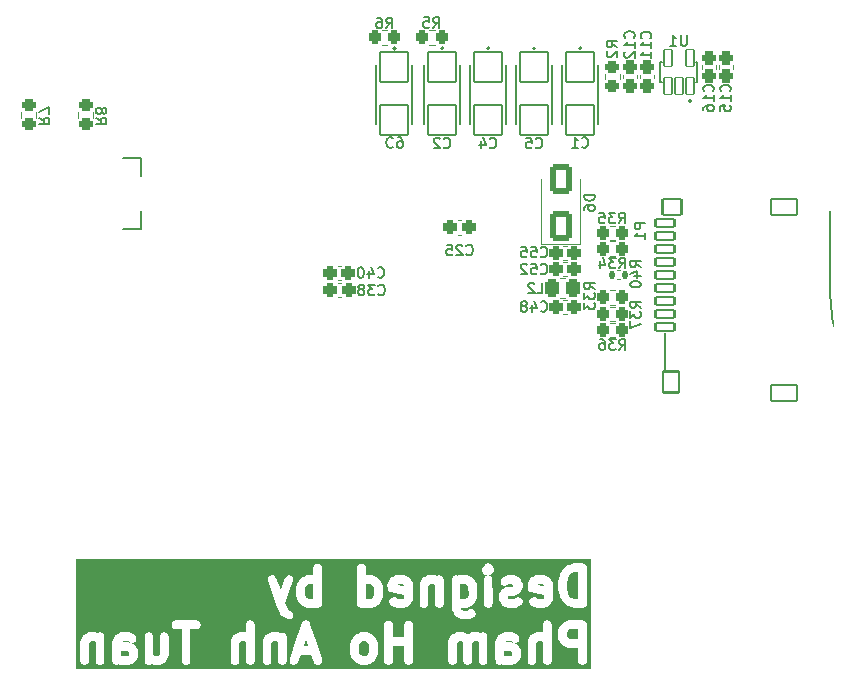
<source format=gbo>
G04 #@! TF.GenerationSoftware,KiCad,Pcbnew,8.0.3*
G04 #@! TF.CreationDate,2025-02-06T22:10:45+07:00*
G04 #@! TF.ProjectId,Digital_Multi_Pedal_v1,44696769-7461-46c5-9f4d-756c74695f50,rev?*
G04 #@! TF.SameCoordinates,Original*
G04 #@! TF.FileFunction,Legend,Bot*
G04 #@! TF.FilePolarity,Positive*
%FSLAX46Y46*%
G04 Gerber Fmt 4.6, Leading zero omitted, Abs format (unit mm)*
G04 Created by KiCad (PCBNEW 8.0.3) date 2025-02-06 22:10:45*
%MOMM*%
%LPD*%
G01*
G04 APERTURE LIST*
G04 Aperture macros list*
%AMRoundRect*
0 Rectangle with rounded corners*
0 $1 Rounding radius*
0 $2 $3 $4 $5 $6 $7 $8 $9 X,Y pos of 4 corners*
0 Add a 4 corners polygon primitive as box body*
4,1,4,$2,$3,$4,$5,$6,$7,$8,$9,$2,$3,0*
0 Add four circle primitives for the rounded corners*
1,1,$1+$1,$2,$3*
1,1,$1+$1,$4,$5*
1,1,$1+$1,$6,$7*
1,1,$1+$1,$8,$9*
0 Add four rect primitives between the rounded corners*
20,1,$1+$1,$2,$3,$4,$5,0*
20,1,$1+$1,$4,$5,$6,$7,0*
20,1,$1+$1,$6,$7,$8,$9,0*
20,1,$1+$1,$8,$9,$2,$3,0*%
G04 Aperture macros list end*
%ADD10C,0.750000*%
%ADD11C,0.152400*%
%ADD12C,0.120000*%
%ADD13C,0.200000*%
%ADD14C,0.127000*%
%ADD15C,0.150000*%
%ADD16C,3.000000*%
%ADD17C,0.800000*%
%ADD18C,6.400000*%
%ADD19C,1.800000*%
%ADD20C,1.600000*%
%ADD21RoundRect,0.102000X-1.387500X1.387500X-1.387500X-1.387500X1.387500X-1.387500X1.387500X1.387500X0*%
%ADD22C,2.979000*%
%ADD23R,1.700000X1.700000*%
%ADD24O,1.700000X1.700000*%
%ADD25RoundRect,0.251000X0.326000X-0.251000X0.326000X0.251000X-0.326000X0.251000X-0.326000X-0.251000X0*%
%ADD26RoundRect,0.276000X0.276000X0.301000X-0.276000X0.301000X-0.276000X-0.301000X0.276000X-0.301000X0*%
%ADD27RoundRect,0.250000X0.650000X-1.000000X0.650000X1.000000X-0.650000X1.000000X-0.650000X-1.000000X0*%
%ADD28RoundRect,0.276000X0.301000X-0.276000X0.301000X0.276000X-0.301000X0.276000X-0.301000X-0.276000X0*%
%ADD29RoundRect,0.251000X-0.251000X-0.326000X0.251000X-0.326000X0.251000X0.326000X-0.251000X0.326000X0*%
%ADD30RoundRect,0.251000X0.251000X0.326000X-0.251000X0.326000X-0.251000X-0.326000X0.251000X-0.326000X0*%
%ADD31RoundRect,0.102000X1.200000X1.250000X-1.200000X1.250000X-1.200000X-1.250000X1.200000X-1.250000X0*%
%ADD32RoundRect,0.276000X-0.301000X0.276000X-0.301000X-0.276000X0.301000X-0.276000X0.301000X0.276000X0*%
%ADD33RoundRect,0.135000X-0.135000X-0.185000X0.135000X-0.185000X0.135000X0.185000X-0.135000X0.185000X0*%
%ADD34RoundRect,0.060300X0.341700X-0.716700X0.341700X0.716700X-0.341700X0.716700X-0.341700X-0.716700X0*%
%ADD35C,1.500000*%
%ADD36R,1.600000X1.600000*%
%ADD37RoundRect,0.251000X-0.326000X0.251000X-0.326000X-0.251000X0.326000X-0.251000X0.326000X0.251000X0*%
%ADD38RoundRect,0.276000X-0.276000X-0.301000X0.276000X-0.301000X0.276000X0.301000X-0.276000X0.301000X0*%
%ADD39RoundRect,0.299756X-0.314744X-0.502244X0.314744X-0.502244X0.314744X0.502244X-0.314744X0.502244X0*%
%ADD40C,0.900000*%
%ADD41RoundRect,0.102000X-0.800000X0.350000X-0.800000X-0.350000X0.800000X-0.350000X0.800000X0.350000X0*%
%ADD42RoundRect,0.102000X-0.800000X0.700000X-0.800000X-0.700000X0.800000X-0.700000X0.800000X0.700000X0*%
%ADD43RoundRect,0.102000X-1.100000X0.700000X-1.100000X-0.700000X1.100000X-0.700000X1.100000X0.700000X0*%
%ADD44RoundRect,0.102000X-0.700000X0.900000X-0.700000X-0.900000X0.700000X-0.900000X0.700000X0.900000X0*%
G04 APERTURE END LIST*
D10*
G36*
X118831072Y-142079849D02*
G01*
X118878913Y-142173484D01*
X118879962Y-142282890D01*
X118832442Y-142380037D01*
X118739717Y-142427413D01*
X118202351Y-142429672D01*
X118198780Y-142427924D01*
X118198000Y-142033831D01*
X118732404Y-142031584D01*
X118831072Y-142079849D01*
G37*
G36*
X139028033Y-141249171D02*
G01*
X139086375Y-141306041D01*
X139164106Y-141458177D01*
X139166514Y-142138321D01*
X139091691Y-142291283D01*
X139034821Y-142349625D01*
X138882152Y-142427629D01*
X138630208Y-142429322D01*
X138478153Y-142354942D01*
X138419811Y-142298072D01*
X138342078Y-142145933D01*
X138339670Y-141465792D01*
X138414493Y-141312831D01*
X138471363Y-141254488D01*
X138624033Y-141176484D01*
X138875976Y-141174791D01*
X139028033Y-141249171D01*
G37*
G36*
X151259644Y-142079849D02*
G01*
X151307485Y-142173484D01*
X151308534Y-142282890D01*
X151261014Y-142380037D01*
X151168289Y-142427413D01*
X150630923Y-142429672D01*
X150627352Y-142427924D01*
X150626572Y-142033831D01*
X151160976Y-142031584D01*
X151259644Y-142079849D01*
G37*
G36*
X134020729Y-141571038D02*
G01*
X133628364Y-141571890D01*
X133824035Y-140982915D01*
X134020729Y-141571038D01*
G37*
G36*
X156879352Y-140999491D02*
G01*
X156202786Y-141001312D01*
X156049580Y-140926370D01*
X155991238Y-140869500D01*
X155913234Y-140716830D01*
X155911541Y-140464886D01*
X155985922Y-140312830D01*
X156042791Y-140254488D01*
X156194786Y-140176829D01*
X156878485Y-140174989D01*
X156879352Y-140999491D01*
G37*
G36*
X147456605Y-136419339D02*
G01*
X147514947Y-136476209D01*
X147592678Y-136628345D01*
X147595086Y-137308489D01*
X147520263Y-137461451D01*
X147463393Y-137519793D01*
X147310984Y-137597664D01*
X146916362Y-137599704D01*
X146912768Y-137597946D01*
X146911148Y-136346777D01*
X147304109Y-136344745D01*
X147456605Y-136419339D01*
G37*
G36*
X134450967Y-136346702D02*
G01*
X134452283Y-137597672D01*
X134059218Y-137599704D01*
X133906724Y-137525110D01*
X133848382Y-137468240D01*
X133770649Y-137316101D01*
X133768241Y-136635960D01*
X133843064Y-136482999D01*
X133899934Y-136424656D01*
X134052343Y-136346785D01*
X134446966Y-136344745D01*
X134450967Y-136346702D01*
G37*
G36*
X139456604Y-136419339D02*
G01*
X139514946Y-136476209D01*
X139592677Y-136628345D01*
X139595085Y-137308489D01*
X139520262Y-137461451D01*
X139463392Y-137519793D01*
X139310983Y-137597664D01*
X138916361Y-137599704D01*
X138913413Y-137598262D01*
X138912096Y-136346772D01*
X139304108Y-136344745D01*
X139456604Y-136419339D01*
G37*
G36*
X142116787Y-136392874D02*
G01*
X142164034Y-136485347D01*
X142164116Y-136515852D01*
X141536015Y-136391623D01*
X141623772Y-136346785D01*
X142018395Y-136344745D01*
X142116787Y-136392874D01*
G37*
G36*
X153973930Y-136392874D02*
G01*
X154021177Y-136485347D01*
X154021259Y-136515852D01*
X153393158Y-136391623D01*
X153480915Y-136346785D01*
X153875538Y-136344745D01*
X153973930Y-136392874D01*
G37*
G36*
X156880856Y-137598789D02*
G01*
X156606730Y-137599941D01*
X156315180Y-137504829D01*
X156135031Y-137327213D01*
X156037774Y-137136862D01*
X155913564Y-136650429D01*
X155911300Y-136313371D01*
X156030209Y-135827361D01*
X156128336Y-135626760D01*
X156308970Y-135443549D01*
X156592554Y-135346999D01*
X156878486Y-135345797D01*
X156880856Y-137598789D01*
G37*
G36*
X158003093Y-143552057D02*
G01*
X114360235Y-143552057D01*
X114360235Y-141230628D01*
X114735235Y-141230628D01*
X114738443Y-142851004D01*
X114763780Y-142945563D01*
X114812727Y-143030343D01*
X114881949Y-143099565D01*
X114966729Y-143148512D01*
X115061288Y-143173849D01*
X115159182Y-143173849D01*
X115253741Y-143148512D01*
X115338521Y-143099565D01*
X115407743Y-143030343D01*
X115456690Y-142945563D01*
X115482027Y-142851004D01*
X115485235Y-142802057D01*
X115482307Y-141323383D01*
X115530884Y-141224076D01*
X115624032Y-141176484D01*
X115875975Y-141174791D01*
X116021644Y-141246047D01*
X116024157Y-142851004D01*
X116049494Y-142945563D01*
X116098441Y-143030343D01*
X116167663Y-143099565D01*
X116252443Y-143148512D01*
X116347002Y-143173849D01*
X116444896Y-143173849D01*
X116539455Y-143148512D01*
X116624235Y-143099565D01*
X116693457Y-143030343D01*
X116742404Y-142945563D01*
X116767741Y-142851004D01*
X116770949Y-142802057D01*
X116768489Y-141230628D01*
X117449521Y-141230628D01*
X117452279Y-142623746D01*
X117450464Y-142632616D01*
X117452359Y-142664192D01*
X117452729Y-142851004D01*
X117478066Y-142945563D01*
X117527013Y-143030343D01*
X117596235Y-143099565D01*
X117681015Y-143148512D01*
X117775574Y-143173849D01*
X117873468Y-143173849D01*
X117967378Y-143148685D01*
X117977143Y-143151302D01*
X117987744Y-143156488D01*
X118024782Y-143164067D01*
X118061288Y-143173849D01*
X118077904Y-143174938D01*
X118083651Y-143176114D01*
X118090017Y-143175731D01*
X118110235Y-143177057D01*
X118817300Y-143174085D01*
X118851105Y-143176114D01*
X118861936Y-143173897D01*
X118873468Y-143173849D01*
X118909973Y-143164067D01*
X118947012Y-143156488D01*
X118962365Y-143150029D01*
X118968027Y-143148512D01*
X118973547Y-143145324D01*
X118992226Y-143137467D01*
X119257017Y-143002176D01*
X119274242Y-142996435D01*
X119294726Y-142982909D01*
X119320285Y-142969851D01*
X119337137Y-142954907D01*
X119355936Y-142942495D01*
X119373604Y-142922569D01*
X119393530Y-142904901D01*
X119405942Y-142886102D01*
X119420886Y-142869250D01*
X119445645Y-142826905D01*
X119447407Y-142823300D01*
X119447470Y-142823207D01*
X119447504Y-142823103D01*
X119584460Y-142543121D01*
X119599547Y-142516991D01*
X119602338Y-142506574D01*
X119607523Y-142495975D01*
X119615101Y-142458940D01*
X119624884Y-142422432D01*
X119625973Y-142405814D01*
X119627149Y-142400068D01*
X119626766Y-142393702D01*
X119628092Y-142373485D01*
X119625380Y-142090648D01*
X119627149Y-142061187D01*
X119624997Y-142050673D01*
X119624884Y-142038824D01*
X119615102Y-142002318D01*
X119607523Y-141965280D01*
X119601064Y-141949926D01*
X119599547Y-141944265D01*
X119596359Y-141938744D01*
X119588502Y-141920066D01*
X119453211Y-141655274D01*
X119447470Y-141638050D01*
X119433944Y-141617565D01*
X119420886Y-141592007D01*
X119405942Y-141575154D01*
X119393530Y-141556356D01*
X119373604Y-141538687D01*
X119355936Y-141518762D01*
X119337137Y-141506349D01*
X119320285Y-141491406D01*
X119277940Y-141466647D01*
X119274335Y-141464884D01*
X119274242Y-141464822D01*
X119274138Y-141464787D01*
X118994153Y-141327828D01*
X118968027Y-141312745D01*
X118957612Y-141309954D01*
X118947012Y-141304769D01*
X118909973Y-141297189D01*
X118873468Y-141287408D01*
X118856851Y-141286318D01*
X118851105Y-141285143D01*
X118844738Y-141285525D01*
X118824521Y-141284200D01*
X118214506Y-141286763D01*
X118245170Y-141224076D01*
X118338057Y-141176617D01*
X118732680Y-141174577D01*
X118987744Y-141299345D01*
X119083651Y-141318971D01*
X119181371Y-141313106D01*
X119274242Y-141282149D01*
X119355936Y-141228209D01*
X119420886Y-141154964D01*
X119464666Y-141067405D01*
X119484292Y-140971498D01*
X119478427Y-140873778D01*
X119454520Y-140802057D01*
X120163807Y-140802057D01*
X120167015Y-142851004D01*
X120192352Y-142945563D01*
X120241299Y-143030343D01*
X120310521Y-143099565D01*
X120395301Y-143148512D01*
X120489860Y-143173849D01*
X120587754Y-143173849D01*
X120682313Y-143148512D01*
X120749400Y-143109779D01*
X120797745Y-143133428D01*
X120823872Y-143148512D01*
X120834286Y-143151302D01*
X120844887Y-143156488D01*
X120881925Y-143164067D01*
X120918431Y-143173849D01*
X120935047Y-143174938D01*
X120940794Y-143176114D01*
X120947160Y-143175731D01*
X120967378Y-143177057D01*
X121390844Y-143174212D01*
X121422532Y-143176114D01*
X121433217Y-143173927D01*
X121444896Y-143173849D01*
X121481404Y-143164066D01*
X121518439Y-143156488D01*
X121533791Y-143150029D01*
X121539455Y-143148512D01*
X121544976Y-143145324D01*
X121563654Y-143137467D01*
X121828445Y-143002176D01*
X121845671Y-142996435D01*
X121866156Y-142982909D01*
X121891714Y-142969851D01*
X121908566Y-142954907D01*
X121927365Y-142942495D01*
X121945033Y-142922569D01*
X121964959Y-142904901D01*
X121977371Y-142886102D01*
X121992315Y-142869250D01*
X122017074Y-142826905D01*
X122018836Y-142823300D01*
X122018899Y-142823207D01*
X122018933Y-142823103D01*
X122155889Y-142543121D01*
X122170976Y-142516991D01*
X122173767Y-142506574D01*
X122178952Y-142495975D01*
X122186530Y-142458940D01*
X122196313Y-142422432D01*
X122197402Y-142405814D01*
X122198578Y-142400068D01*
X122198195Y-142393702D01*
X122199521Y-142373485D01*
X122196313Y-140753110D01*
X122170976Y-140658551D01*
X122122029Y-140573771D01*
X122052807Y-140504549D01*
X121968027Y-140455602D01*
X121873468Y-140430265D01*
X121775574Y-140430265D01*
X121681015Y-140455602D01*
X121596235Y-140504549D01*
X121527013Y-140573771D01*
X121478066Y-140658551D01*
X121452729Y-140753110D01*
X121449521Y-140802057D01*
X121452448Y-142280729D01*
X121403871Y-142380037D01*
X121310723Y-142427629D01*
X121058779Y-142429322D01*
X120913111Y-142358066D01*
X120910599Y-140753110D01*
X120885262Y-140658551D01*
X120836315Y-140573771D01*
X120767093Y-140504549D01*
X120682313Y-140455602D01*
X120587754Y-140430265D01*
X120489860Y-140430265D01*
X120395301Y-140455602D01*
X120310521Y-140504549D01*
X120241299Y-140573771D01*
X120192352Y-140658551D01*
X120167015Y-140753110D01*
X120163807Y-140802057D01*
X119454520Y-140802057D01*
X119447470Y-140780907D01*
X119393530Y-140699213D01*
X119320285Y-140634263D01*
X119277940Y-140609504D01*
X118994153Y-140470685D01*
X118968027Y-140455602D01*
X118957612Y-140452811D01*
X118947012Y-140447626D01*
X118909973Y-140440046D01*
X118873468Y-140430265D01*
X118856851Y-140429175D01*
X118851105Y-140428000D01*
X118844738Y-140428382D01*
X118824521Y-140427057D01*
X118259478Y-140429978D01*
X118226508Y-140428000D01*
X118215732Y-140430205D01*
X118204145Y-140430265D01*
X118167639Y-140440046D01*
X118130601Y-140447626D01*
X118115247Y-140454084D01*
X118109586Y-140455602D01*
X118104065Y-140458789D01*
X118085387Y-140466647D01*
X117820595Y-140601937D01*
X117803371Y-140607679D01*
X117782886Y-140621204D01*
X117757328Y-140634263D01*
X117740475Y-140649206D01*
X117721677Y-140661619D01*
X117704008Y-140681544D01*
X117684083Y-140699213D01*
X117671670Y-140718011D01*
X117656727Y-140734864D01*
X117631968Y-140777209D01*
X117630205Y-140780813D01*
X117630143Y-140780907D01*
X117630108Y-140781010D01*
X117493149Y-141060995D01*
X117478066Y-141087122D01*
X117475275Y-141097536D01*
X117470090Y-141108137D01*
X117462510Y-141145175D01*
X117452729Y-141181681D01*
X117451639Y-141198297D01*
X117450464Y-141204044D01*
X117450846Y-141210410D01*
X117449521Y-141230628D01*
X116768489Y-141230628D01*
X116767741Y-140753110D01*
X116742404Y-140658551D01*
X116693457Y-140573771D01*
X116624235Y-140504549D01*
X116539455Y-140455602D01*
X116444896Y-140430265D01*
X116347002Y-140430265D01*
X116252443Y-140455602D01*
X116185354Y-140494334D01*
X116137013Y-140470688D01*
X116110883Y-140455602D01*
X116100466Y-140452810D01*
X116089867Y-140447626D01*
X116052832Y-140440047D01*
X116016324Y-140430265D01*
X115999706Y-140429175D01*
X115993960Y-140428000D01*
X115987594Y-140428382D01*
X115967377Y-140427057D01*
X115543910Y-140429901D01*
X115512222Y-140428000D01*
X115501536Y-140430186D01*
X115489859Y-140430265D01*
X115453353Y-140440046D01*
X115416315Y-140447626D01*
X115400961Y-140454084D01*
X115395300Y-140455602D01*
X115389779Y-140458789D01*
X115371101Y-140466647D01*
X115106309Y-140601937D01*
X115089085Y-140607679D01*
X115068600Y-140621204D01*
X115043042Y-140634263D01*
X115026189Y-140649206D01*
X115007391Y-140661619D01*
X114989722Y-140681544D01*
X114969797Y-140699213D01*
X114957384Y-140718011D01*
X114942441Y-140734864D01*
X114917682Y-140777209D01*
X114915919Y-140780813D01*
X114915857Y-140780907D01*
X114915822Y-140781010D01*
X114778863Y-141060995D01*
X114763780Y-141087122D01*
X114760989Y-141097536D01*
X114755804Y-141108137D01*
X114748224Y-141145175D01*
X114738443Y-141181681D01*
X114737353Y-141198297D01*
X114736178Y-141204044D01*
X114736560Y-141210410D01*
X114735235Y-141230628D01*
X114360235Y-141230628D01*
X114360235Y-139753110D01*
X122452729Y-139753110D01*
X122452729Y-139851004D01*
X122478066Y-139945563D01*
X122527013Y-140030343D01*
X122596235Y-140099565D01*
X122681015Y-140148512D01*
X122775574Y-140173849D01*
X122824521Y-140177057D01*
X123307056Y-140176179D01*
X123309871Y-142851004D01*
X123335208Y-142945563D01*
X123384155Y-143030343D01*
X123453377Y-143099565D01*
X123538157Y-143148512D01*
X123632716Y-143173849D01*
X123730610Y-143173849D01*
X123825169Y-143148512D01*
X123909949Y-143099565D01*
X123979171Y-143030343D01*
X124028118Y-142945563D01*
X124053455Y-142851004D01*
X124056663Y-142802057D01*
X124055009Y-141230628D01*
X127449521Y-141230628D01*
X127452729Y-142851004D01*
X127478066Y-142945563D01*
X127527013Y-143030343D01*
X127596235Y-143099565D01*
X127681015Y-143148512D01*
X127775574Y-143173849D01*
X127873468Y-143173849D01*
X127968027Y-143148512D01*
X128052807Y-143099565D01*
X128122029Y-143030343D01*
X128170976Y-142945563D01*
X128196313Y-142851004D01*
X128199521Y-142802057D01*
X128196593Y-141323383D01*
X128245170Y-141224076D01*
X128338318Y-141176484D01*
X128590261Y-141174791D01*
X128736754Y-141246450D01*
X128738443Y-142851004D01*
X128763780Y-142945563D01*
X128812727Y-143030343D01*
X128881949Y-143099565D01*
X128966729Y-143148512D01*
X129061288Y-143173849D01*
X129159182Y-143173849D01*
X129253741Y-143148512D01*
X129338521Y-143099565D01*
X129407743Y-143030343D01*
X129456690Y-142945563D01*
X129482027Y-142851004D01*
X129485235Y-142802057D01*
X129483582Y-141230628D01*
X130163807Y-141230628D01*
X130167015Y-142851004D01*
X130192352Y-142945563D01*
X130241299Y-143030343D01*
X130310521Y-143099565D01*
X130395301Y-143148512D01*
X130489860Y-143173849D01*
X130587754Y-143173849D01*
X130682313Y-143148512D01*
X130767093Y-143099565D01*
X130836315Y-143030343D01*
X130885262Y-142945563D01*
X130910599Y-142851004D01*
X130913807Y-142802057D01*
X130910879Y-141323383D01*
X130959456Y-141224076D01*
X131052604Y-141176484D01*
X131304547Y-141174791D01*
X131450216Y-141246047D01*
X131452729Y-142851004D01*
X131478066Y-142945563D01*
X131527013Y-143030343D01*
X131596235Y-143099565D01*
X131681015Y-143148512D01*
X131775574Y-143173849D01*
X131873468Y-143173849D01*
X131968027Y-143148512D01*
X132052807Y-143099565D01*
X132122029Y-143030343D01*
X132170976Y-142945563D01*
X132196313Y-142851004D01*
X132197779Y-142828640D01*
X132450464Y-142828640D01*
X132470090Y-142924548D01*
X132513870Y-143012107D01*
X132578821Y-143085352D01*
X132660515Y-143139291D01*
X132753385Y-143170248D01*
X132851104Y-143176114D01*
X132947012Y-143156488D01*
X133034571Y-143112708D01*
X133107816Y-143047757D01*
X133161755Y-142966063D01*
X133180277Y-142920642D01*
X133380047Y-142319328D01*
X134270344Y-142317395D01*
X134487287Y-142966063D01*
X134541226Y-143047758D01*
X134614471Y-143112709D01*
X134702030Y-143156489D01*
X134797938Y-143176114D01*
X134895657Y-143170249D01*
X134988527Y-143139292D01*
X135070222Y-143085353D01*
X135135173Y-143012108D01*
X135178952Y-142924548D01*
X135198578Y-142828640D01*
X135192712Y-142730922D01*
X135180277Y-142683472D01*
X134742160Y-141373485D01*
X137592378Y-141373485D01*
X137595385Y-142222822D01*
X137593321Y-142257213D01*
X137595545Y-142268082D01*
X137595586Y-142279575D01*
X137605369Y-142316086D01*
X137612948Y-142353120D01*
X137619405Y-142368470D01*
X137620923Y-142374134D01*
X137624110Y-142379654D01*
X137631968Y-142398334D01*
X137761791Y-142652423D01*
X137763781Y-142659847D01*
X137779462Y-142687009D01*
X137799585Y-142726392D01*
X137807079Y-142734843D01*
X137812728Y-142744627D01*
X137845070Y-142781506D01*
X137966437Y-142899810D01*
X137969798Y-142904901D01*
X137990408Y-142923176D01*
X138024806Y-142956707D01*
X138034591Y-142962356D01*
X138043043Y-142969851D01*
X138085388Y-142994610D01*
X138369174Y-143133428D01*
X138395301Y-143148512D01*
X138405715Y-143151302D01*
X138416316Y-143156488D01*
X138453354Y-143164067D01*
X138489860Y-143173849D01*
X138506476Y-143174938D01*
X138512223Y-143176114D01*
X138518589Y-143175731D01*
X138538807Y-143177057D01*
X138962273Y-143174212D01*
X138993961Y-143176114D01*
X139004646Y-143173927D01*
X139016325Y-143173849D01*
X139052833Y-143164066D01*
X139089868Y-143156488D01*
X139105220Y-143150029D01*
X139110884Y-143148512D01*
X139116405Y-143145324D01*
X139135083Y-143137467D01*
X139389173Y-143007644D01*
X139396601Y-143005654D01*
X139423772Y-142989966D01*
X139463143Y-142969851D01*
X139471594Y-142962356D01*
X139481380Y-142956707D01*
X139518259Y-142924364D01*
X139636560Y-142802997D01*
X139641651Y-142799637D01*
X139659930Y-142779022D01*
X139693458Y-142744627D01*
X139699106Y-142734844D01*
X139706601Y-142726392D01*
X139731360Y-142684047D01*
X139870178Y-142400260D01*
X139885262Y-142374134D01*
X139888052Y-142363719D01*
X139893238Y-142353119D01*
X139900817Y-142316080D01*
X139910599Y-142279575D01*
X139911688Y-142262958D01*
X139912864Y-142257212D01*
X139912481Y-142250845D01*
X139913807Y-142230628D01*
X139910799Y-141381291D01*
X139912864Y-141346901D01*
X139910639Y-141336031D01*
X139910599Y-141324538D01*
X139900817Y-141288032D01*
X139893238Y-141250994D01*
X139886779Y-141235640D01*
X139885262Y-141229979D01*
X139882074Y-141224458D01*
X139874217Y-141205780D01*
X139744395Y-140951692D01*
X139742405Y-140944264D01*
X139726716Y-140917091D01*
X139706601Y-140877721D01*
X139699105Y-140869268D01*
X139693457Y-140859485D01*
X139661115Y-140822606D01*
X139539749Y-140704304D01*
X139536388Y-140699213D01*
X139515771Y-140680931D01*
X139481379Y-140647407D01*
X139471595Y-140641758D01*
X139463143Y-140634263D01*
X139420798Y-140609504D01*
X139137014Y-140470688D01*
X139110884Y-140455602D01*
X139100467Y-140452810D01*
X139089868Y-140447626D01*
X139052833Y-140440047D01*
X139016325Y-140430265D01*
X138999707Y-140429175D01*
X138993961Y-140428000D01*
X138987595Y-140428382D01*
X138967378Y-140427057D01*
X138543911Y-140429901D01*
X138512223Y-140428000D01*
X138501537Y-140430186D01*
X138489860Y-140430265D01*
X138453354Y-140440046D01*
X138416316Y-140447626D01*
X138400962Y-140454084D01*
X138395301Y-140455602D01*
X138389780Y-140458789D01*
X138371102Y-140466647D01*
X138117014Y-140596468D01*
X138109586Y-140598459D01*
X138082413Y-140614147D01*
X138043043Y-140634263D01*
X138034590Y-140641758D01*
X138024807Y-140647407D01*
X137987928Y-140679749D01*
X137869624Y-140801116D01*
X137864536Y-140804476D01*
X137846261Y-140825084D01*
X137812729Y-140859485D01*
X137807080Y-140869268D01*
X137799585Y-140877721D01*
X137774826Y-140920065D01*
X137636010Y-141203846D01*
X137620923Y-141229979D01*
X137618131Y-141240395D01*
X137612948Y-141250993D01*
X137605369Y-141288026D01*
X137595586Y-141324538D01*
X137594497Y-141341153D01*
X137593321Y-141346900D01*
X137593703Y-141353266D01*
X137592378Y-141373485D01*
X134742160Y-141373485D01*
X134216605Y-139802057D01*
X140449521Y-139802057D01*
X140452729Y-142851004D01*
X140478066Y-142945563D01*
X140527013Y-143030343D01*
X140596235Y-143099565D01*
X140681015Y-143148512D01*
X140775574Y-143173849D01*
X140873468Y-143173849D01*
X140968027Y-143148512D01*
X141052807Y-143099565D01*
X141122029Y-143030343D01*
X141170976Y-142945563D01*
X141196313Y-142851004D01*
X141199521Y-142802057D01*
X141198261Y-141604948D01*
X142165702Y-141603187D01*
X142167015Y-142851004D01*
X142192352Y-142945563D01*
X142241299Y-143030343D01*
X142310521Y-143099565D01*
X142395301Y-143148512D01*
X142489860Y-143173849D01*
X142587754Y-143173849D01*
X142682313Y-143148512D01*
X142767093Y-143099565D01*
X142836315Y-143030343D01*
X142885262Y-142945563D01*
X142910599Y-142851004D01*
X142913807Y-142802057D01*
X142912154Y-141230628D01*
X145878092Y-141230628D01*
X145881300Y-142851004D01*
X145906637Y-142945563D01*
X145955584Y-143030343D01*
X146024806Y-143099565D01*
X146109586Y-143148512D01*
X146204145Y-143173849D01*
X146302039Y-143173849D01*
X146396598Y-143148512D01*
X146481378Y-143099565D01*
X146550600Y-143030343D01*
X146599547Y-142945563D01*
X146624884Y-142851004D01*
X146628092Y-142802057D01*
X146625164Y-141323383D01*
X146673741Y-141224076D01*
X146766889Y-141176484D01*
X147018833Y-141174791D01*
X147116786Y-141222706D01*
X147163974Y-141315062D01*
X147167015Y-142851004D01*
X147192352Y-142945563D01*
X147241299Y-143030343D01*
X147310521Y-143099565D01*
X147395301Y-143148512D01*
X147489860Y-143173849D01*
X147587754Y-143173849D01*
X147682313Y-143148512D01*
X147767093Y-143099565D01*
X147836315Y-143030343D01*
X147885262Y-142945563D01*
X147910599Y-142851004D01*
X147913807Y-142802057D01*
X147910879Y-141323383D01*
X147959456Y-141224076D01*
X148052604Y-141176484D01*
X148304547Y-141174791D01*
X148450216Y-141246047D01*
X148452729Y-142851004D01*
X148478066Y-142945563D01*
X148527013Y-143030343D01*
X148596235Y-143099565D01*
X148681015Y-143148512D01*
X148775574Y-143173849D01*
X148873468Y-143173849D01*
X148968027Y-143148512D01*
X149052807Y-143099565D01*
X149122029Y-143030343D01*
X149170976Y-142945563D01*
X149196313Y-142851004D01*
X149199521Y-142802057D01*
X149197061Y-141230628D01*
X149878093Y-141230628D01*
X149880851Y-142623746D01*
X149879036Y-142632616D01*
X149880931Y-142664192D01*
X149881301Y-142851004D01*
X149906638Y-142945563D01*
X149955585Y-143030343D01*
X150024807Y-143099565D01*
X150109587Y-143148512D01*
X150204146Y-143173849D01*
X150302040Y-143173849D01*
X150395950Y-143148685D01*
X150405715Y-143151302D01*
X150416316Y-143156488D01*
X150453354Y-143164067D01*
X150489860Y-143173849D01*
X150506476Y-143174938D01*
X150512223Y-143176114D01*
X150518589Y-143175731D01*
X150538807Y-143177057D01*
X151245872Y-143174085D01*
X151279677Y-143176114D01*
X151290508Y-143173897D01*
X151302040Y-143173849D01*
X151338545Y-143164067D01*
X151375584Y-143156488D01*
X151390937Y-143150029D01*
X151396599Y-143148512D01*
X151402119Y-143145324D01*
X151420798Y-143137467D01*
X151685589Y-143002176D01*
X151702814Y-142996435D01*
X151723298Y-142982909D01*
X151748857Y-142969851D01*
X151765709Y-142954907D01*
X151784508Y-142942495D01*
X151802176Y-142922569D01*
X151822102Y-142904901D01*
X151834514Y-142886102D01*
X151849458Y-142869250D01*
X151874217Y-142826905D01*
X151875979Y-142823300D01*
X151876042Y-142823207D01*
X151876076Y-142823103D01*
X152013032Y-142543121D01*
X152028119Y-142516991D01*
X152030910Y-142506574D01*
X152036095Y-142495975D01*
X152043673Y-142458940D01*
X152053456Y-142422432D01*
X152054545Y-142405814D01*
X152055721Y-142400068D01*
X152055338Y-142393702D01*
X152056664Y-142373485D01*
X152053952Y-142090648D01*
X152055721Y-142061187D01*
X152053569Y-142050673D01*
X152053456Y-142038824D01*
X152043674Y-142002318D01*
X152036095Y-141965280D01*
X152029636Y-141949926D01*
X152028119Y-141944265D01*
X152024931Y-141938744D01*
X152017074Y-141920066D01*
X151881783Y-141655274D01*
X151876042Y-141638050D01*
X151862516Y-141617565D01*
X151849458Y-141592007D01*
X151834514Y-141575154D01*
X151822102Y-141556356D01*
X151802176Y-141538687D01*
X151784508Y-141518762D01*
X151765709Y-141506349D01*
X151748857Y-141491406D01*
X151706512Y-141466647D01*
X151702907Y-141464884D01*
X151702814Y-141464822D01*
X151702710Y-141464787D01*
X151422725Y-141327828D01*
X151396599Y-141312745D01*
X151386184Y-141309954D01*
X151375584Y-141304769D01*
X151338545Y-141297189D01*
X151302040Y-141287408D01*
X151285423Y-141286318D01*
X151279677Y-141285143D01*
X151273310Y-141285525D01*
X151253093Y-141284200D01*
X150643078Y-141286763D01*
X150673742Y-141224076D01*
X150766629Y-141176617D01*
X151161252Y-141174577D01*
X151416316Y-141299345D01*
X151512223Y-141318971D01*
X151609943Y-141313106D01*
X151702814Y-141282149D01*
X151780844Y-141230628D01*
X152592379Y-141230628D01*
X152595587Y-142851004D01*
X152620924Y-142945563D01*
X152669871Y-143030343D01*
X152739093Y-143099565D01*
X152823873Y-143148512D01*
X152918432Y-143173849D01*
X153016326Y-143173849D01*
X153110885Y-143148512D01*
X153195665Y-143099565D01*
X153264887Y-143030343D01*
X153313834Y-142945563D01*
X153339171Y-142851004D01*
X153342379Y-142802057D01*
X153339451Y-141323383D01*
X153388028Y-141224076D01*
X153481176Y-141176484D01*
X153733119Y-141174791D01*
X153879612Y-141246450D01*
X153881301Y-142851004D01*
X153906638Y-142945563D01*
X153955585Y-143030343D01*
X154024807Y-143099565D01*
X154109587Y-143148512D01*
X154204146Y-143173849D01*
X154302040Y-143173849D01*
X154396599Y-143148512D01*
X154481379Y-143099565D01*
X154550601Y-143030343D01*
X154599548Y-142945563D01*
X154624885Y-142851004D01*
X154628093Y-142802057D01*
X154625538Y-140373485D01*
X155163807Y-140373485D01*
X155166651Y-140796952D01*
X155164750Y-140828641D01*
X155166936Y-140839326D01*
X155167015Y-140851004D01*
X155176796Y-140887509D01*
X155184376Y-140924548D01*
X155190834Y-140939901D01*
X155192352Y-140945563D01*
X155195539Y-140951083D01*
X155203397Y-140969762D01*
X155333218Y-141223849D01*
X155335209Y-141231278D01*
X155350897Y-141258450D01*
X155371013Y-141297821D01*
X155378508Y-141306273D01*
X155384157Y-141316057D01*
X155416499Y-141352936D01*
X155537864Y-141471237D01*
X155541226Y-141476329D01*
X155561842Y-141494610D01*
X155596235Y-141528135D01*
X155606018Y-141533783D01*
X155614471Y-141541279D01*
X155656816Y-141566038D01*
X155940599Y-141704853D01*
X155966730Y-141719940D01*
X155977146Y-141722731D01*
X155987746Y-141727916D01*
X156024780Y-141735494D01*
X156061289Y-141745277D01*
X156077906Y-141746366D01*
X156083653Y-141747542D01*
X156090018Y-141747159D01*
X156110236Y-141748485D01*
X156880138Y-141746412D01*
X156881301Y-142851004D01*
X156906638Y-142945563D01*
X156955585Y-143030343D01*
X157024807Y-143099565D01*
X157109587Y-143148512D01*
X157204146Y-143173849D01*
X157302040Y-143173849D01*
X157396599Y-143148512D01*
X157481379Y-143099565D01*
X157550601Y-143030343D01*
X157599548Y-142945563D01*
X157624885Y-142851004D01*
X157628093Y-142802057D01*
X157624885Y-139753110D01*
X157599548Y-139658551D01*
X157550601Y-139573771D01*
X157481379Y-139504549D01*
X157396599Y-139455602D01*
X157302040Y-139430265D01*
X157253093Y-139427057D01*
X156118811Y-139430110D01*
X156083653Y-139428000D01*
X156072735Y-139430234D01*
X156061289Y-139430265D01*
X156024780Y-139440047D01*
X155987746Y-139447626D01*
X155972393Y-139454084D01*
X155966730Y-139455602D01*
X155961208Y-139458789D01*
X155942531Y-139466647D01*
X155688443Y-139596468D01*
X155681014Y-139598459D01*
X155653840Y-139614148D01*
X155614471Y-139634263D01*
X155606018Y-139641758D01*
X155596235Y-139647407D01*
X155559356Y-139679749D01*
X155441054Y-139801114D01*
X155435963Y-139804476D01*
X155417681Y-139825092D01*
X155384157Y-139859485D01*
X155378508Y-139869268D01*
X155371013Y-139877721D01*
X155346254Y-139920066D01*
X155207435Y-140203852D01*
X155192352Y-140229979D01*
X155189561Y-140240393D01*
X155184376Y-140250994D01*
X155176796Y-140288032D01*
X155167015Y-140324538D01*
X155165925Y-140341154D01*
X155164750Y-140346901D01*
X155165132Y-140353267D01*
X155163807Y-140373485D01*
X154625538Y-140373485D01*
X154624885Y-139753110D01*
X154599548Y-139658551D01*
X154550601Y-139573771D01*
X154481379Y-139504549D01*
X154396599Y-139455602D01*
X154302040Y-139430265D01*
X154204146Y-139430265D01*
X154109587Y-139455602D01*
X154024807Y-139504549D01*
X153955585Y-139573771D01*
X153906638Y-139658551D01*
X153881301Y-139753110D01*
X153878093Y-139802057D01*
X153878755Y-140431681D01*
X153873468Y-140430265D01*
X153856850Y-140429175D01*
X153851104Y-140428000D01*
X153844738Y-140428382D01*
X153824521Y-140427057D01*
X153401054Y-140429901D01*
X153369366Y-140428000D01*
X153358680Y-140430186D01*
X153347003Y-140430265D01*
X153310497Y-140440046D01*
X153273459Y-140447626D01*
X153258105Y-140454084D01*
X153252444Y-140455602D01*
X153246923Y-140458789D01*
X153228245Y-140466647D01*
X152963453Y-140601937D01*
X152946229Y-140607679D01*
X152925744Y-140621204D01*
X152900186Y-140634263D01*
X152883333Y-140649206D01*
X152864535Y-140661619D01*
X152846866Y-140681544D01*
X152826941Y-140699213D01*
X152814528Y-140718011D01*
X152799585Y-140734864D01*
X152774826Y-140777209D01*
X152773063Y-140780813D01*
X152773001Y-140780907D01*
X152772966Y-140781010D01*
X152636007Y-141060995D01*
X152620924Y-141087122D01*
X152618133Y-141097536D01*
X152612948Y-141108137D01*
X152605368Y-141145175D01*
X152595587Y-141181681D01*
X152594497Y-141198297D01*
X152593322Y-141204044D01*
X152593704Y-141210410D01*
X152592379Y-141230628D01*
X151780844Y-141230628D01*
X151784508Y-141228209D01*
X151849458Y-141154964D01*
X151893238Y-141067405D01*
X151912864Y-140971498D01*
X151906999Y-140873778D01*
X151876042Y-140780907D01*
X151822102Y-140699213D01*
X151748857Y-140634263D01*
X151706512Y-140609504D01*
X151422725Y-140470685D01*
X151396599Y-140455602D01*
X151386184Y-140452811D01*
X151375584Y-140447626D01*
X151338545Y-140440046D01*
X151302040Y-140430265D01*
X151285423Y-140429175D01*
X151279677Y-140428000D01*
X151273310Y-140428382D01*
X151253093Y-140427057D01*
X150688050Y-140429978D01*
X150655080Y-140428000D01*
X150644304Y-140430205D01*
X150632717Y-140430265D01*
X150596211Y-140440046D01*
X150559173Y-140447626D01*
X150543819Y-140454084D01*
X150538158Y-140455602D01*
X150532637Y-140458789D01*
X150513959Y-140466647D01*
X150249167Y-140601937D01*
X150231943Y-140607679D01*
X150211458Y-140621204D01*
X150185900Y-140634263D01*
X150169047Y-140649206D01*
X150150249Y-140661619D01*
X150132580Y-140681544D01*
X150112655Y-140699213D01*
X150100242Y-140718011D01*
X150085299Y-140734864D01*
X150060540Y-140777209D01*
X150058777Y-140780813D01*
X150058715Y-140780907D01*
X150058680Y-140781010D01*
X149921721Y-141060995D01*
X149906638Y-141087122D01*
X149903847Y-141097536D01*
X149898662Y-141108137D01*
X149891082Y-141145175D01*
X149881301Y-141181681D01*
X149880211Y-141198297D01*
X149879036Y-141204044D01*
X149879418Y-141210410D01*
X149878093Y-141230628D01*
X149197061Y-141230628D01*
X149196313Y-140753110D01*
X149170976Y-140658551D01*
X149122029Y-140573771D01*
X149052807Y-140504549D01*
X148968027Y-140455602D01*
X148873468Y-140430265D01*
X148775574Y-140430265D01*
X148681015Y-140455602D01*
X148613926Y-140494334D01*
X148565585Y-140470688D01*
X148539455Y-140455602D01*
X148529038Y-140452810D01*
X148518439Y-140447626D01*
X148481404Y-140440047D01*
X148444896Y-140430265D01*
X148428278Y-140429175D01*
X148422532Y-140428000D01*
X148416166Y-140428382D01*
X148395949Y-140427057D01*
X147972482Y-140429901D01*
X147940794Y-140428000D01*
X147930108Y-140430186D01*
X147918431Y-140430265D01*
X147881925Y-140440046D01*
X147844887Y-140447626D01*
X147829533Y-140454084D01*
X147823872Y-140455602D01*
X147818351Y-140458789D01*
X147799673Y-140466647D01*
X147541388Y-140598612D01*
X147279867Y-140470685D01*
X147253741Y-140455602D01*
X147243326Y-140452811D01*
X147232726Y-140447626D01*
X147195687Y-140440046D01*
X147159182Y-140430265D01*
X147142565Y-140429175D01*
X147136819Y-140428000D01*
X147130452Y-140428382D01*
X147110235Y-140427057D01*
X146686768Y-140429901D01*
X146655081Y-140428000D01*
X146644395Y-140430186D01*
X146632717Y-140430265D01*
X146596208Y-140440047D01*
X146559174Y-140447626D01*
X146543821Y-140454084D01*
X146538158Y-140455602D01*
X146532636Y-140458789D01*
X146513959Y-140466647D01*
X146249167Y-140601937D01*
X146231942Y-140607679D01*
X146211456Y-140621204D01*
X146185899Y-140634263D01*
X146169046Y-140649206D01*
X146150248Y-140661619D01*
X146132579Y-140681544D01*
X146112654Y-140699213D01*
X146100241Y-140718011D01*
X146085298Y-140734864D01*
X146060539Y-140777209D01*
X146058776Y-140780813D01*
X146058714Y-140780907D01*
X146058679Y-140781010D01*
X145921720Y-141060995D01*
X145906637Y-141087122D01*
X145903846Y-141097536D01*
X145898661Y-141108137D01*
X145891081Y-141145175D01*
X145881300Y-141181681D01*
X145880210Y-141198297D01*
X145879035Y-141204044D01*
X145879417Y-141210410D01*
X145878092Y-141230628D01*
X142912154Y-141230628D01*
X142910599Y-139753110D01*
X142885262Y-139658551D01*
X142836315Y-139573771D01*
X142767093Y-139504549D01*
X142682313Y-139455602D01*
X142587754Y-139430265D01*
X142489860Y-139430265D01*
X142395301Y-139455602D01*
X142310521Y-139504549D01*
X142241299Y-139573771D01*
X142192352Y-139658551D01*
X142167015Y-139753110D01*
X142163807Y-139802057D01*
X142164916Y-140856308D01*
X141197475Y-140858068D01*
X141196313Y-139753110D01*
X141170976Y-139658551D01*
X141122029Y-139573771D01*
X141052807Y-139504549D01*
X140968027Y-139455602D01*
X140873468Y-139430265D01*
X140775574Y-139430265D01*
X140681015Y-139455602D01*
X140596235Y-139504549D01*
X140527013Y-139573771D01*
X140478066Y-139658551D01*
X140452729Y-139753110D01*
X140449521Y-139802057D01*
X134216605Y-139802057D01*
X134184173Y-139705084D01*
X134178952Y-139679566D01*
X134168947Y-139659555D01*
X134161755Y-139638051D01*
X134147088Y-139615838D01*
X134135173Y-139592006D01*
X134120219Y-139575143D01*
X134107816Y-139556357D01*
X134087899Y-139538695D01*
X134070222Y-139518761D01*
X134051419Y-139506346D01*
X134034571Y-139491406D01*
X134010754Y-139479497D01*
X133988527Y-139464822D01*
X133967156Y-139457698D01*
X133947012Y-139447626D01*
X133920924Y-139442287D01*
X133895657Y-139433865D01*
X133873169Y-139432515D01*
X133851104Y-139428000D01*
X133824523Y-139429595D01*
X133797938Y-139428000D01*
X133775865Y-139432516D01*
X133753385Y-139433866D01*
X133728130Y-139442284D01*
X133702030Y-139447625D01*
X133681873Y-139457703D01*
X133660515Y-139464823D01*
X133638301Y-139479489D01*
X133614471Y-139491405D01*
X133597611Y-139506355D01*
X133578821Y-139518762D01*
X133561155Y-139538682D01*
X133541226Y-139556356D01*
X133528814Y-139575153D01*
X133513870Y-139592007D01*
X133501958Y-139615830D01*
X133487287Y-139638051D01*
X133471540Y-139676665D01*
X133470090Y-139679566D01*
X133469820Y-139680882D01*
X133468765Y-139683471D01*
X132766973Y-141795879D01*
X132763781Y-141801408D01*
X132758131Y-141822492D01*
X132456330Y-142730921D01*
X132450464Y-142828640D01*
X132197779Y-142828640D01*
X132199521Y-142802057D01*
X132196313Y-140753110D01*
X132170976Y-140658551D01*
X132122029Y-140573771D01*
X132052807Y-140504549D01*
X131968027Y-140455602D01*
X131873468Y-140430265D01*
X131775574Y-140430265D01*
X131681015Y-140455602D01*
X131613926Y-140494334D01*
X131565585Y-140470688D01*
X131539455Y-140455602D01*
X131529038Y-140452810D01*
X131518439Y-140447626D01*
X131481404Y-140440047D01*
X131444896Y-140430265D01*
X131428278Y-140429175D01*
X131422532Y-140428000D01*
X131416166Y-140428382D01*
X131395949Y-140427057D01*
X130972482Y-140429901D01*
X130940794Y-140428000D01*
X130930108Y-140430186D01*
X130918431Y-140430265D01*
X130881925Y-140440046D01*
X130844887Y-140447626D01*
X130829533Y-140454084D01*
X130823872Y-140455602D01*
X130818351Y-140458789D01*
X130799673Y-140466647D01*
X130534881Y-140601937D01*
X130517657Y-140607679D01*
X130497172Y-140621204D01*
X130471614Y-140634263D01*
X130454761Y-140649206D01*
X130435963Y-140661619D01*
X130418294Y-140681544D01*
X130398369Y-140699213D01*
X130385956Y-140718011D01*
X130371013Y-140734864D01*
X130346254Y-140777209D01*
X130344491Y-140780813D01*
X130344429Y-140780907D01*
X130344394Y-140781010D01*
X130207435Y-141060995D01*
X130192352Y-141087122D01*
X130189561Y-141097536D01*
X130184376Y-141108137D01*
X130176796Y-141145175D01*
X130167015Y-141181681D01*
X130165925Y-141198297D01*
X130164750Y-141204044D01*
X130165132Y-141210410D01*
X130163807Y-141230628D01*
X129483582Y-141230628D01*
X129482027Y-139753110D01*
X129456690Y-139658551D01*
X129407743Y-139573771D01*
X129338521Y-139504549D01*
X129253741Y-139455602D01*
X129159182Y-139430265D01*
X129061288Y-139430265D01*
X128966729Y-139455602D01*
X128881949Y-139504549D01*
X128812727Y-139573771D01*
X128763780Y-139658551D01*
X128738443Y-139753110D01*
X128735235Y-139802057D01*
X128735897Y-140431681D01*
X128730610Y-140430265D01*
X128713992Y-140429175D01*
X128708246Y-140428000D01*
X128701880Y-140428382D01*
X128681663Y-140427057D01*
X128258196Y-140429901D01*
X128226508Y-140428000D01*
X128215822Y-140430186D01*
X128204145Y-140430265D01*
X128167639Y-140440046D01*
X128130601Y-140447626D01*
X128115247Y-140454084D01*
X128109586Y-140455602D01*
X128104065Y-140458789D01*
X128085387Y-140466647D01*
X127820595Y-140601937D01*
X127803371Y-140607679D01*
X127782886Y-140621204D01*
X127757328Y-140634263D01*
X127740475Y-140649206D01*
X127721677Y-140661619D01*
X127704008Y-140681544D01*
X127684083Y-140699213D01*
X127671670Y-140718011D01*
X127656727Y-140734864D01*
X127631968Y-140777209D01*
X127630205Y-140780813D01*
X127630143Y-140780907D01*
X127630108Y-140781010D01*
X127493149Y-141060995D01*
X127478066Y-141087122D01*
X127475275Y-141097536D01*
X127470090Y-141108137D01*
X127462510Y-141145175D01*
X127452729Y-141181681D01*
X127451639Y-141198297D01*
X127450464Y-141204044D01*
X127450846Y-141210410D01*
X127449521Y-141230628D01*
X124055009Y-141230628D01*
X124053898Y-140174820D01*
X124587753Y-140173849D01*
X124682312Y-140148512D01*
X124767092Y-140099565D01*
X124836314Y-140030343D01*
X124885261Y-139945563D01*
X124910598Y-139851004D01*
X124910598Y-139753110D01*
X124885261Y-139658551D01*
X124836314Y-139573771D01*
X124767092Y-139504549D01*
X124682312Y-139455602D01*
X124587753Y-139430265D01*
X124538806Y-139427057D01*
X122775574Y-139430265D01*
X122681015Y-139455602D01*
X122596235Y-139504549D01*
X122527013Y-139573771D01*
X122478066Y-139658551D01*
X122452729Y-139753110D01*
X114360235Y-139753110D01*
X114360235Y-135953605D01*
X130592841Y-135953605D01*
X130600783Y-136051177D01*
X130614225Y-136098351D01*
X131317517Y-138058428D01*
X131318284Y-138064859D01*
X131323633Y-138081271D01*
X131324706Y-138087149D01*
X131327407Y-138092851D01*
X131333484Y-138111497D01*
X131614561Y-138806275D01*
X131620923Y-138830015D01*
X131631758Y-138848782D01*
X131640357Y-138870037D01*
X131656443Y-138891539D01*
X131669870Y-138914795D01*
X131696904Y-138945621D01*
X131699000Y-138948423D01*
X131700164Y-138949339D01*
X131702212Y-138951674D01*
X131823579Y-139069978D01*
X131826940Y-139075069D01*
X131847550Y-139093344D01*
X131881948Y-139126875D01*
X131891733Y-139132524D01*
X131900185Y-139140019D01*
X131942530Y-139164778D01*
X132273458Y-139326656D01*
X132369365Y-139346282D01*
X132467085Y-139340417D01*
X132559956Y-139309460D01*
X132641650Y-139255520D01*
X132706600Y-139182275D01*
X132750380Y-139094716D01*
X132770006Y-138998809D01*
X132764141Y-138901089D01*
X132733184Y-138808218D01*
X132679244Y-138726524D01*
X132605999Y-138661574D01*
X132563654Y-138636815D01*
X132335295Y-138525110D01*
X132287924Y-138478934D01*
X132081185Y-137967908D01*
X132587479Y-136543653D01*
X133020949Y-136543653D01*
X133023956Y-137392990D01*
X133021892Y-137427381D01*
X133024116Y-137438250D01*
X133024157Y-137449743D01*
X133033940Y-137486254D01*
X133041519Y-137523288D01*
X133047976Y-137538638D01*
X133049494Y-137544302D01*
X133052681Y-137549822D01*
X133060539Y-137568502D01*
X133190362Y-137822591D01*
X133192352Y-137830015D01*
X133208033Y-137857177D01*
X133228156Y-137896560D01*
X133235650Y-137905011D01*
X133241299Y-137914795D01*
X133273641Y-137951674D01*
X133395008Y-138069978D01*
X133398369Y-138075069D01*
X133418979Y-138093344D01*
X133453377Y-138126875D01*
X133463162Y-138132524D01*
X133471614Y-138140019D01*
X133513959Y-138164778D01*
X133797745Y-138303596D01*
X133823872Y-138318680D01*
X133834286Y-138321470D01*
X133844887Y-138326656D01*
X133881925Y-138334235D01*
X133918431Y-138344017D01*
X133935047Y-138345106D01*
X133940794Y-138346282D01*
X133947160Y-138345899D01*
X133967378Y-138347225D01*
X134532420Y-138344303D01*
X134565391Y-138346282D01*
X134576166Y-138344076D01*
X134587754Y-138344017D01*
X134624259Y-138334235D01*
X134661298Y-138326656D01*
X134676651Y-138320197D01*
X134681664Y-138318853D01*
X134775574Y-138344017D01*
X134873468Y-138344017D01*
X134968027Y-138318680D01*
X135052807Y-138269733D01*
X135122029Y-138200511D01*
X135170976Y-138115731D01*
X135196313Y-138021172D01*
X135199521Y-137972225D01*
X135197599Y-136146445D01*
X135198578Y-136141666D01*
X135197577Y-136124994D01*
X135196364Y-134972225D01*
X138163807Y-134972225D01*
X138165032Y-136136959D01*
X138164750Y-136141666D01*
X138165038Y-136143077D01*
X138166774Y-137792889D01*
X138164750Y-137802784D01*
X138166821Y-137837298D01*
X138167015Y-138021172D01*
X138192352Y-138115731D01*
X138241299Y-138200511D01*
X138310521Y-138269733D01*
X138395301Y-138318680D01*
X138489860Y-138344017D01*
X138587754Y-138344017D01*
X138681664Y-138318853D01*
X138691429Y-138321470D01*
X138702030Y-138326656D01*
X138739068Y-138334235D01*
X138775574Y-138344017D01*
X138792190Y-138345106D01*
X138797937Y-138346282D01*
X138804303Y-138345899D01*
X138824521Y-138347225D01*
X139389561Y-138344303D01*
X139422532Y-138346282D01*
X139433307Y-138344076D01*
X139444896Y-138344017D01*
X139481404Y-138334234D01*
X139518439Y-138326656D01*
X139533791Y-138320197D01*
X139539455Y-138318680D01*
X139544976Y-138315492D01*
X139563654Y-138307635D01*
X139817744Y-138177812D01*
X139825172Y-138175822D01*
X139852343Y-138160134D01*
X139891714Y-138140019D01*
X139900165Y-138132524D01*
X139909951Y-138126875D01*
X139946830Y-138094532D01*
X140065131Y-137973165D01*
X140070222Y-137969805D01*
X140088501Y-137949190D01*
X140122029Y-137914795D01*
X140127677Y-137905012D01*
X140135172Y-137896560D01*
X140159931Y-137854215D01*
X140298749Y-137570428D01*
X140313833Y-137544302D01*
X140316623Y-137533887D01*
X140321809Y-137523287D01*
X140329388Y-137486248D01*
X140339170Y-137449743D01*
X140340259Y-137433126D01*
X140341435Y-137427380D01*
X140341052Y-137421013D01*
X140342378Y-137400796D01*
X140339370Y-136551459D01*
X140341435Y-136517069D01*
X140339210Y-136506199D01*
X140339170Y-136494706D01*
X140329388Y-136458200D01*
X140321809Y-136421162D01*
X140315350Y-136405808D01*
X140314007Y-136400796D01*
X140735236Y-136400796D01*
X140737659Y-136653619D01*
X140736065Y-136661592D01*
X140738027Y-136692026D01*
X140738444Y-136735457D01*
X140741584Y-136747176D01*
X140742365Y-136759284D01*
X140754213Y-136794308D01*
X140763781Y-136830016D01*
X140769846Y-136840521D01*
X140773735Y-136852017D01*
X140794244Y-136882781D01*
X140812728Y-136914796D01*
X140821307Y-136923375D01*
X140828037Y-136933470D01*
X140855805Y-136957873D01*
X140881950Y-136984018D01*
X140892459Y-136990085D01*
X140901571Y-136998093D01*
X140934710Y-137014478D01*
X140966730Y-137032965D01*
X140978447Y-137036104D01*
X140989325Y-137041483D01*
X141036692Y-137054228D01*
X142166167Y-137277621D01*
X142166634Y-137451102D01*
X142118157Y-137550205D01*
X142025270Y-137597664D01*
X141630647Y-137599704D01*
X141375584Y-137474937D01*
X141279677Y-137455311D01*
X141181957Y-137461176D01*
X141089086Y-137492133D01*
X141007392Y-137546073D01*
X140942442Y-137619318D01*
X140898662Y-137706877D01*
X140879036Y-137802784D01*
X140884901Y-137900504D01*
X140915858Y-137993375D01*
X140969798Y-138075069D01*
X141043043Y-138140019D01*
X141085388Y-138164778D01*
X141369174Y-138303596D01*
X141395301Y-138318680D01*
X141405715Y-138321470D01*
X141416316Y-138326656D01*
X141453354Y-138334235D01*
X141489860Y-138344017D01*
X141506476Y-138345106D01*
X141512223Y-138346282D01*
X141518589Y-138345899D01*
X141538807Y-138347225D01*
X142103849Y-138344303D01*
X142136820Y-138346282D01*
X142147595Y-138344076D01*
X142159183Y-138344017D01*
X142195688Y-138334235D01*
X142232727Y-138326656D01*
X142248080Y-138320197D01*
X142253742Y-138318680D01*
X142259262Y-138315492D01*
X142277941Y-138307635D01*
X142542732Y-138172344D01*
X142559957Y-138166603D01*
X142580441Y-138153077D01*
X142606000Y-138140019D01*
X142622852Y-138125075D01*
X142641651Y-138112663D01*
X142659319Y-138092737D01*
X142679245Y-138075069D01*
X142691657Y-138056270D01*
X142706601Y-138039418D01*
X142731360Y-137997073D01*
X142733122Y-137993468D01*
X142733185Y-137993375D01*
X142733219Y-137993271D01*
X142870175Y-137713289D01*
X142885262Y-137687159D01*
X142888053Y-137676742D01*
X142893238Y-137666143D01*
X142900816Y-137629108D01*
X142910599Y-137592600D01*
X142911688Y-137575982D01*
X142912864Y-137570236D01*
X142912481Y-137563870D01*
X142913807Y-137543653D01*
X142912344Y-137000310D01*
X142912978Y-136997143D01*
X142912307Y-136986753D01*
X142910753Y-136409370D01*
X142911268Y-136400796D01*
X143449522Y-136400796D01*
X143452730Y-138021172D01*
X143478067Y-138115731D01*
X143527014Y-138200511D01*
X143596236Y-138269733D01*
X143681016Y-138318680D01*
X143775575Y-138344017D01*
X143873469Y-138344017D01*
X143968028Y-138318680D01*
X144052808Y-138269733D01*
X144122030Y-138200511D01*
X144170977Y-138115731D01*
X144196314Y-138021172D01*
X144199522Y-137972225D01*
X144196594Y-136493551D01*
X144245171Y-136394244D01*
X144338319Y-136346652D01*
X144590262Y-136344959D01*
X144735931Y-136416215D01*
X144738444Y-138021172D01*
X144763781Y-138115731D01*
X144812728Y-138200511D01*
X144881950Y-138269733D01*
X144966730Y-138318680D01*
X145061289Y-138344017D01*
X145159183Y-138344017D01*
X145253742Y-138318680D01*
X145338522Y-138269733D01*
X145407744Y-138200511D01*
X145456691Y-138115731D01*
X145482028Y-138021172D01*
X145485236Y-137972225D01*
X145482105Y-135972225D01*
X146163808Y-135972225D01*
X146166169Y-137795853D01*
X146164751Y-137802784D01*
X146166209Y-137827089D01*
X146166939Y-138390910D01*
X146164751Y-138427380D01*
X146167001Y-138438376D01*
X146167016Y-138449743D01*
X146176797Y-138486248D01*
X146184377Y-138523287D01*
X146190835Y-138538640D01*
X146192353Y-138544302D01*
X146195540Y-138549822D01*
X146203398Y-138568501D01*
X146333220Y-138822590D01*
X146335210Y-138830015D01*
X146350893Y-138857180D01*
X146371014Y-138896560D01*
X146378508Y-138905012D01*
X146384157Y-138914795D01*
X146416499Y-138951674D01*
X146537866Y-139069978D01*
X146541227Y-139075069D01*
X146561837Y-139093344D01*
X146596235Y-139126875D01*
X146606020Y-139132524D01*
X146614472Y-139140019D01*
X146656817Y-139164778D01*
X146940603Y-139303596D01*
X146966730Y-139318680D01*
X146977144Y-139321470D01*
X146987745Y-139326656D01*
X147024783Y-139334235D01*
X147061289Y-139344017D01*
X147077905Y-139345106D01*
X147083652Y-139346282D01*
X147090018Y-139345899D01*
X147110236Y-139347225D01*
X147533703Y-139344380D01*
X147565392Y-139346282D01*
X147576077Y-139344095D01*
X147587755Y-139344017D01*
X147624260Y-139334235D01*
X147661299Y-139326656D01*
X147676652Y-139320197D01*
X147682314Y-139318680D01*
X147687834Y-139315492D01*
X147706513Y-139307635D01*
X148034572Y-139140019D01*
X148107817Y-139075069D01*
X148161757Y-138993375D01*
X148192714Y-138900504D01*
X148198579Y-138802784D01*
X148178953Y-138706877D01*
X148135173Y-138619318D01*
X148070223Y-138546073D01*
X147988529Y-138492133D01*
X147895658Y-138461176D01*
X147797938Y-138455311D01*
X147702031Y-138474937D01*
X147656817Y-138493958D01*
X147453581Y-138597797D01*
X147201637Y-138599490D01*
X147049582Y-138525110D01*
X146991239Y-138468239D01*
X146929132Y-138346684D01*
X147389562Y-138344303D01*
X147422533Y-138346282D01*
X147433308Y-138344076D01*
X147444897Y-138344017D01*
X147481405Y-138334234D01*
X147518440Y-138326656D01*
X147533792Y-138320197D01*
X147539456Y-138318680D01*
X147544977Y-138315492D01*
X147563655Y-138307635D01*
X147817745Y-138177812D01*
X147825173Y-138175822D01*
X147852344Y-138160134D01*
X147891715Y-138140019D01*
X147900166Y-138132524D01*
X147909952Y-138126875D01*
X147946831Y-138094532D01*
X148065132Y-137973165D01*
X148070223Y-137969805D01*
X148088502Y-137949190D01*
X148122030Y-137914795D01*
X148127678Y-137905012D01*
X148135173Y-137896560D01*
X148159932Y-137854215D01*
X148298750Y-137570428D01*
X148313834Y-137544302D01*
X148316624Y-137533887D01*
X148321810Y-137523287D01*
X148329389Y-137486248D01*
X148339171Y-137449743D01*
X148340260Y-137433126D01*
X148341436Y-137427380D01*
X148341053Y-137421013D01*
X148342379Y-137400796D01*
X148339371Y-136551459D01*
X148341436Y-136517069D01*
X148339211Y-136506199D01*
X148339171Y-136494706D01*
X148329389Y-136458200D01*
X148321810Y-136421162D01*
X148315351Y-136405808D01*
X148313834Y-136400147D01*
X148310646Y-136394626D01*
X148302789Y-136375948D01*
X148172967Y-136121860D01*
X148170977Y-136114432D01*
X148155288Y-136087259D01*
X148135173Y-136047889D01*
X148127677Y-136039436D01*
X148122029Y-136029653D01*
X148089687Y-135992774D01*
X147968321Y-135874472D01*
X147964960Y-135869381D01*
X147944343Y-135851099D01*
X147909951Y-135817575D01*
X147900167Y-135811926D01*
X147891715Y-135804431D01*
X147849370Y-135779672D01*
X147565586Y-135640856D01*
X147539456Y-135625770D01*
X147529039Y-135622978D01*
X147518440Y-135617794D01*
X147481405Y-135610215D01*
X147444897Y-135600433D01*
X147428279Y-135599343D01*
X147422533Y-135598168D01*
X147416167Y-135598550D01*
X147395950Y-135597225D01*
X146830908Y-135600146D01*
X146797938Y-135598168D01*
X146787162Y-135600373D01*
X146775575Y-135600433D01*
X146739069Y-135610214D01*
X146702031Y-135617794D01*
X146686677Y-135624252D01*
X146681665Y-135625596D01*
X146587755Y-135600433D01*
X146489861Y-135600433D01*
X146395302Y-135625770D01*
X146310522Y-135674717D01*
X146241300Y-135743939D01*
X146192353Y-135828719D01*
X146167016Y-135923278D01*
X146163808Y-135972225D01*
X145482105Y-135972225D01*
X145482028Y-135923278D01*
X145456691Y-135828719D01*
X145407744Y-135743939D01*
X145338522Y-135674717D01*
X145253742Y-135625770D01*
X145159183Y-135600433D01*
X145061289Y-135600433D01*
X144966730Y-135625770D01*
X144899641Y-135664502D01*
X144851300Y-135640856D01*
X144825170Y-135625770D01*
X144814753Y-135622978D01*
X144804154Y-135617794D01*
X144767119Y-135610215D01*
X144730611Y-135600433D01*
X144713993Y-135599343D01*
X144708247Y-135598168D01*
X144701881Y-135598550D01*
X144681664Y-135597225D01*
X144258197Y-135600069D01*
X144226509Y-135598168D01*
X144215823Y-135600354D01*
X144204146Y-135600433D01*
X144167640Y-135610214D01*
X144130602Y-135617794D01*
X144115248Y-135624252D01*
X144109587Y-135625770D01*
X144104066Y-135628957D01*
X144085388Y-135636815D01*
X143820596Y-135772105D01*
X143803372Y-135777847D01*
X143782887Y-135791372D01*
X143757329Y-135804431D01*
X143740476Y-135819374D01*
X143721678Y-135831787D01*
X143704009Y-135851712D01*
X143684084Y-135869381D01*
X143671671Y-135888179D01*
X143656728Y-135905032D01*
X143631969Y-135947377D01*
X143630206Y-135950981D01*
X143630144Y-135951075D01*
X143630109Y-135951178D01*
X143493150Y-136231163D01*
X143478067Y-136257290D01*
X143475276Y-136267704D01*
X143470091Y-136278305D01*
X143462511Y-136315343D01*
X143452730Y-136351849D01*
X143451640Y-136368465D01*
X143450465Y-136374212D01*
X143450847Y-136380578D01*
X143449522Y-136400796D01*
X142911268Y-136400796D01*
X142912864Y-136374212D01*
X142910629Y-136363294D01*
X142910599Y-136351849D01*
X142900817Y-136315343D01*
X142893238Y-136278305D01*
X142886779Y-136262951D01*
X142885262Y-136257290D01*
X142882074Y-136251769D01*
X142874217Y-136233091D01*
X142738926Y-135968299D01*
X142733185Y-135951075D01*
X142719659Y-135930590D01*
X142706601Y-135905032D01*
X142691657Y-135888179D01*
X142679245Y-135869381D01*
X142659319Y-135851712D01*
X142641651Y-135831787D01*
X142622852Y-135819374D01*
X142606000Y-135804431D01*
X142563655Y-135779672D01*
X142560050Y-135777909D01*
X142559957Y-135777847D01*
X142559853Y-135777812D01*
X142279868Y-135640853D01*
X142253742Y-135625770D01*
X142243327Y-135622979D01*
X142232727Y-135617794D01*
X142195688Y-135610214D01*
X142159183Y-135600433D01*
X142142566Y-135599343D01*
X142136820Y-135598168D01*
X142130453Y-135598550D01*
X142110236Y-135597225D01*
X141545193Y-135600146D01*
X141512223Y-135598168D01*
X141501447Y-135600373D01*
X141489860Y-135600433D01*
X141453354Y-135610214D01*
X141416316Y-135617794D01*
X141400962Y-135624252D01*
X141395301Y-135625770D01*
X141389780Y-135628957D01*
X141371102Y-135636815D01*
X141106310Y-135772105D01*
X141089086Y-135777847D01*
X141068601Y-135791372D01*
X141043043Y-135804431D01*
X141026190Y-135819374D01*
X141007392Y-135831787D01*
X140989723Y-135851712D01*
X140969798Y-135869381D01*
X140957385Y-135888179D01*
X140942442Y-135905032D01*
X140917683Y-135947377D01*
X140915920Y-135950981D01*
X140915858Y-135951075D01*
X140915823Y-135951178D01*
X140778864Y-136231163D01*
X140763781Y-136257290D01*
X140760990Y-136267704D01*
X140755805Y-136278305D01*
X140748225Y-136315343D01*
X140738444Y-136351849D01*
X140737354Y-136368465D01*
X140736179Y-136374212D01*
X140736561Y-136380578D01*
X140735236Y-136400796D01*
X140314007Y-136400796D01*
X140313833Y-136400147D01*
X140310645Y-136394626D01*
X140302788Y-136375948D01*
X140172966Y-136121860D01*
X140170976Y-136114432D01*
X140155287Y-136087259D01*
X140135172Y-136047889D01*
X140127676Y-136039436D01*
X140122028Y-136029653D01*
X140089686Y-135992774D01*
X139968320Y-135874472D01*
X139964959Y-135869381D01*
X139944342Y-135851099D01*
X139909950Y-135817575D01*
X139900166Y-135811926D01*
X139891714Y-135804431D01*
X139849369Y-135779672D01*
X139565585Y-135640856D01*
X139539455Y-135625770D01*
X139529038Y-135622978D01*
X139518439Y-135617794D01*
X139481404Y-135610215D01*
X139444896Y-135600433D01*
X139428278Y-135599343D01*
X139422532Y-135598168D01*
X139416166Y-135598550D01*
X139395949Y-135597225D01*
X138911310Y-135599731D01*
X138910749Y-135066135D01*
X148738443Y-135066135D01*
X148738443Y-135164029D01*
X148763781Y-135258589D01*
X148812729Y-135343368D01*
X148845071Y-135380247D01*
X149024767Y-135555407D01*
X149024807Y-135555447D01*
X149078555Y-135586477D01*
X149109586Y-135604394D01*
X149149474Y-135615082D01*
X149109587Y-135625770D01*
X149024807Y-135674717D01*
X148955585Y-135743939D01*
X148906638Y-135828719D01*
X148881301Y-135923278D01*
X148878093Y-135972225D01*
X148881301Y-138021172D01*
X148906638Y-138115731D01*
X148955585Y-138200511D01*
X149024807Y-138269733D01*
X149109587Y-138318680D01*
X149204146Y-138344017D01*
X149302040Y-138344017D01*
X149396599Y-138318680D01*
X149481379Y-138269733D01*
X149550601Y-138200511D01*
X149599548Y-138115731D01*
X149624885Y-138021172D01*
X149628093Y-137972225D01*
X149627198Y-137400796D01*
X150163807Y-137400796D01*
X150166228Y-137545596D01*
X150164750Y-137570236D01*
X150166809Y-137580299D01*
X150167015Y-137592600D01*
X150176797Y-137629108D01*
X150184376Y-137666143D01*
X150190834Y-137681495D01*
X150192352Y-137687159D01*
X150195539Y-137692680D01*
X150203397Y-137711358D01*
X150338687Y-137976149D01*
X150344429Y-137993375D01*
X150357954Y-138013860D01*
X150371013Y-138039418D01*
X150385956Y-138056270D01*
X150398369Y-138075069D01*
X150418294Y-138092737D01*
X150435963Y-138112663D01*
X150454761Y-138125075D01*
X150471614Y-138140019D01*
X150513959Y-138164778D01*
X150517563Y-138166540D01*
X150517657Y-138166603D01*
X150517760Y-138166637D01*
X150797745Y-138303596D01*
X150823872Y-138318680D01*
X150834286Y-138321470D01*
X150844887Y-138326656D01*
X150881925Y-138334235D01*
X150918431Y-138344017D01*
X150935047Y-138345106D01*
X150940794Y-138346282D01*
X150947160Y-138345899D01*
X150967378Y-138347225D01*
X151532420Y-138344303D01*
X151565391Y-138346282D01*
X151576166Y-138344076D01*
X151587754Y-138344017D01*
X151624259Y-138334235D01*
X151661298Y-138326656D01*
X151676651Y-138320197D01*
X151682313Y-138318680D01*
X151687833Y-138315492D01*
X151706512Y-138307635D01*
X152034571Y-138140019D01*
X152107816Y-138075069D01*
X152161756Y-137993375D01*
X152192713Y-137900504D01*
X152198578Y-137802784D01*
X152178952Y-137706877D01*
X152135172Y-137619318D01*
X152070222Y-137546073D01*
X151988528Y-137492133D01*
X151895657Y-137461176D01*
X151797937Y-137455311D01*
X151702030Y-137474937D01*
X151656816Y-137493958D01*
X151453841Y-137597664D01*
X151059218Y-137599704D01*
X150960826Y-137551575D01*
X150920809Y-137473252D01*
X150959456Y-137394244D01*
X151052604Y-137346652D01*
X151390845Y-137344380D01*
X151422534Y-137346282D01*
X151433219Y-137344095D01*
X151444897Y-137344017D01*
X151481402Y-137334235D01*
X151518441Y-137326656D01*
X151533794Y-137320197D01*
X151539456Y-137318680D01*
X151544976Y-137315492D01*
X151563655Y-137307635D01*
X151828446Y-137172344D01*
X151845671Y-137166603D01*
X151866155Y-137153077D01*
X151891714Y-137140019D01*
X151908566Y-137125075D01*
X151927365Y-137112663D01*
X151945033Y-137092737D01*
X151964959Y-137075069D01*
X151977371Y-137056270D01*
X151992315Y-137039418D01*
X152017074Y-136997073D01*
X152018836Y-136993468D01*
X152018899Y-136993375D01*
X152018933Y-136993271D01*
X152155889Y-136713289D01*
X152170976Y-136687159D01*
X152173767Y-136676742D01*
X152178952Y-136666143D01*
X152186530Y-136629108D01*
X152196313Y-136592600D01*
X152197402Y-136575982D01*
X152198578Y-136570236D01*
X152198195Y-136563870D01*
X152199521Y-136543653D01*
X152197132Y-136400796D01*
X152592379Y-136400796D01*
X152594802Y-136653619D01*
X152593208Y-136661592D01*
X152595170Y-136692026D01*
X152595587Y-136735457D01*
X152598727Y-136747176D01*
X152599508Y-136759284D01*
X152611356Y-136794308D01*
X152620924Y-136830016D01*
X152626989Y-136840521D01*
X152630878Y-136852017D01*
X152651387Y-136882781D01*
X152669871Y-136914796D01*
X152678450Y-136923375D01*
X152685180Y-136933470D01*
X152712948Y-136957873D01*
X152739093Y-136984018D01*
X152749602Y-136990085D01*
X152758714Y-136998093D01*
X152791853Y-137014478D01*
X152823873Y-137032965D01*
X152835590Y-137036104D01*
X152846468Y-137041483D01*
X152893835Y-137054228D01*
X154023310Y-137277621D01*
X154023777Y-137451102D01*
X153975300Y-137550205D01*
X153882413Y-137597664D01*
X153487790Y-137599704D01*
X153232727Y-137474937D01*
X153136820Y-137455311D01*
X153039100Y-137461176D01*
X152946229Y-137492133D01*
X152864535Y-137546073D01*
X152799585Y-137619318D01*
X152755805Y-137706877D01*
X152736179Y-137802784D01*
X152742044Y-137900504D01*
X152773001Y-137993375D01*
X152826941Y-138075069D01*
X152900186Y-138140019D01*
X152942531Y-138164778D01*
X153226317Y-138303596D01*
X153252444Y-138318680D01*
X153262858Y-138321470D01*
X153273459Y-138326656D01*
X153310497Y-138334235D01*
X153347003Y-138344017D01*
X153363619Y-138345106D01*
X153369366Y-138346282D01*
X153375732Y-138345899D01*
X153395950Y-138347225D01*
X153960992Y-138344303D01*
X153993963Y-138346282D01*
X154004738Y-138344076D01*
X154016326Y-138344017D01*
X154052831Y-138334235D01*
X154089870Y-138326656D01*
X154105223Y-138320197D01*
X154110885Y-138318680D01*
X154116405Y-138315492D01*
X154135084Y-138307635D01*
X154399875Y-138172344D01*
X154417100Y-138166603D01*
X154437584Y-138153077D01*
X154463143Y-138140019D01*
X154479995Y-138125075D01*
X154498794Y-138112663D01*
X154516462Y-138092737D01*
X154536388Y-138075069D01*
X154548800Y-138056270D01*
X154563744Y-138039418D01*
X154588503Y-137997073D01*
X154590265Y-137993468D01*
X154590328Y-137993375D01*
X154590362Y-137993271D01*
X154727318Y-137713289D01*
X154742405Y-137687159D01*
X154745196Y-137676742D01*
X154750381Y-137666143D01*
X154757959Y-137629108D01*
X154767742Y-137592600D01*
X154768831Y-137575982D01*
X154770007Y-137570236D01*
X154769624Y-137563870D01*
X154770950Y-137543653D01*
X154769487Y-137000310D01*
X154770121Y-136997143D01*
X154769450Y-136986753D01*
X154767896Y-136409370D01*
X154770007Y-136374212D01*
X154767772Y-136363294D01*
X154767742Y-136351849D01*
X154757960Y-136315343D01*
X154750381Y-136278305D01*
X154743922Y-136262951D01*
X154742579Y-136257939D01*
X155163807Y-136257939D01*
X155166764Y-136698236D01*
X155166244Y-136729197D01*
X155167000Y-136733367D01*
X155167015Y-136735457D01*
X155168146Y-136739681D01*
X155175004Y-136777461D01*
X155320219Y-137346155D01*
X155327233Y-137380430D01*
X155331655Y-137390942D01*
X155332844Y-137395597D01*
X155336021Y-137401321D01*
X155346254Y-137425644D01*
X155476075Y-137679731D01*
X155478066Y-137687160D01*
X155493754Y-137714332D01*
X155513870Y-137753703D01*
X155521365Y-137762155D01*
X155527014Y-137771939D01*
X155559356Y-137808818D01*
X155843676Y-138089139D01*
X155864536Y-138112663D01*
X155873615Y-138118657D01*
X155881950Y-138126875D01*
X155914693Y-138145779D01*
X155946230Y-138166602D01*
X155961646Y-138172888D01*
X155966729Y-138175823D01*
X155972891Y-138177474D01*
X155991651Y-138185124D01*
X156387841Y-138314373D01*
X156395301Y-138318680D01*
X156427443Y-138327292D01*
X156467671Y-138340416D01*
X156478946Y-138341092D01*
X156489860Y-138344017D01*
X156538807Y-138347225D01*
X157302040Y-138344017D01*
X157396599Y-138318680D01*
X157481379Y-138269733D01*
X157550601Y-138200511D01*
X157599548Y-138115731D01*
X157624885Y-138021172D01*
X157628093Y-137972225D01*
X157624885Y-134923278D01*
X157599548Y-134828719D01*
X157550601Y-134743939D01*
X157481379Y-134674717D01*
X157396599Y-134625770D01*
X157302040Y-134600433D01*
X157253093Y-134597225D01*
X156574711Y-134600076D01*
X156565390Y-134598169D01*
X156530515Y-134600262D01*
X156489860Y-134600433D01*
X156478946Y-134603357D01*
X156467671Y-134604034D01*
X156420221Y-134616469D01*
X155997637Y-134760345D01*
X155966730Y-134768627D01*
X155957267Y-134774090D01*
X155946230Y-134777848D01*
X155914697Y-134798667D01*
X155881950Y-134817574D01*
X155869422Y-134828560D01*
X155864536Y-134831787D01*
X155860311Y-134836551D01*
X155845071Y-134849917D01*
X155585781Y-135112904D01*
X155578820Y-135117501D01*
X155557100Y-135141994D01*
X155527014Y-135172510D01*
X155521365Y-135182292D01*
X155513870Y-135190746D01*
X155489111Y-135233091D01*
X155348059Y-135521443D01*
X155332844Y-135548852D01*
X155329398Y-135559591D01*
X155327233Y-135564019D01*
X155325919Y-135570435D01*
X155317860Y-135595560D01*
X155175767Y-136176328D01*
X155167015Y-136208992D01*
X155166736Y-136213238D01*
X155166244Y-136215252D01*
X155166317Y-136219631D01*
X155163807Y-136257939D01*
X154742579Y-136257939D01*
X154742405Y-136257290D01*
X154739217Y-136251769D01*
X154731360Y-136233091D01*
X154596069Y-135968299D01*
X154590328Y-135951075D01*
X154576802Y-135930590D01*
X154563744Y-135905032D01*
X154548800Y-135888179D01*
X154536388Y-135869381D01*
X154516462Y-135851712D01*
X154498794Y-135831787D01*
X154479995Y-135819374D01*
X154463143Y-135804431D01*
X154420798Y-135779672D01*
X154417193Y-135777909D01*
X154417100Y-135777847D01*
X154416996Y-135777812D01*
X154137011Y-135640853D01*
X154110885Y-135625770D01*
X154100470Y-135622979D01*
X154089870Y-135617794D01*
X154052831Y-135610214D01*
X154016326Y-135600433D01*
X153999709Y-135599343D01*
X153993963Y-135598168D01*
X153987596Y-135598550D01*
X153967379Y-135597225D01*
X153402336Y-135600146D01*
X153369366Y-135598168D01*
X153358590Y-135600373D01*
X153347003Y-135600433D01*
X153310497Y-135610214D01*
X153273459Y-135617794D01*
X153258105Y-135624252D01*
X153252444Y-135625770D01*
X153246923Y-135628957D01*
X153228245Y-135636815D01*
X152963453Y-135772105D01*
X152946229Y-135777847D01*
X152925744Y-135791372D01*
X152900186Y-135804431D01*
X152883333Y-135819374D01*
X152864535Y-135831787D01*
X152846866Y-135851712D01*
X152826941Y-135869381D01*
X152814528Y-135888179D01*
X152799585Y-135905032D01*
X152774826Y-135947377D01*
X152773063Y-135950981D01*
X152773001Y-135951075D01*
X152772966Y-135951178D01*
X152636007Y-136231163D01*
X152620924Y-136257290D01*
X152618133Y-136267704D01*
X152612948Y-136278305D01*
X152605368Y-136315343D01*
X152595587Y-136351849D01*
X152594497Y-136368465D01*
X152593322Y-136374212D01*
X152593704Y-136380578D01*
X152592379Y-136400796D01*
X152197132Y-136400796D01*
X152197099Y-136398852D01*
X152198578Y-136374212D01*
X152196518Y-136364148D01*
X152196313Y-136351849D01*
X152186531Y-136315343D01*
X152178952Y-136278305D01*
X152172493Y-136262951D01*
X152170976Y-136257290D01*
X152167788Y-136251769D01*
X152159931Y-136233091D01*
X152024640Y-135968299D01*
X152018899Y-135951075D01*
X152005373Y-135930590D01*
X151992315Y-135905032D01*
X151977371Y-135888179D01*
X151964959Y-135869381D01*
X151945033Y-135851712D01*
X151927365Y-135831787D01*
X151908566Y-135819374D01*
X151891714Y-135804431D01*
X151849369Y-135779672D01*
X151845764Y-135777909D01*
X151845671Y-135777847D01*
X151845567Y-135777812D01*
X151565582Y-135640853D01*
X151539456Y-135625770D01*
X151529041Y-135622979D01*
X151518441Y-135617794D01*
X151481402Y-135610214D01*
X151444897Y-135600433D01*
X151428280Y-135599343D01*
X151422534Y-135598168D01*
X151416167Y-135598550D01*
X151395950Y-135597225D01*
X150972482Y-135600069D01*
X150940794Y-135598168D01*
X150930108Y-135600354D01*
X150918431Y-135600433D01*
X150881925Y-135610214D01*
X150844887Y-135617794D01*
X150829533Y-135624252D01*
X150823872Y-135625770D01*
X150818351Y-135628957D01*
X150799673Y-135636815D01*
X150471614Y-135804431D01*
X150398369Y-135869381D01*
X150344429Y-135951075D01*
X150313472Y-136043946D01*
X150307607Y-136141666D01*
X150327233Y-136237573D01*
X150371013Y-136325132D01*
X150435963Y-136398377D01*
X150517657Y-136452317D01*
X150610528Y-136483274D01*
X150708248Y-136489139D01*
X150804155Y-136469513D01*
X150849369Y-136450492D01*
X151052604Y-136346652D01*
X151304548Y-136344959D01*
X151402501Y-136392874D01*
X151442518Y-136471197D01*
X151403871Y-136550205D01*
X151310723Y-136597797D01*
X150972482Y-136600069D01*
X150940794Y-136598168D01*
X150930108Y-136600354D01*
X150918431Y-136600433D01*
X150881925Y-136610214D01*
X150844887Y-136617794D01*
X150829533Y-136624252D01*
X150823872Y-136625770D01*
X150818351Y-136628957D01*
X150799673Y-136636815D01*
X150534881Y-136772105D01*
X150517657Y-136777847D01*
X150497172Y-136791372D01*
X150471614Y-136804431D01*
X150454761Y-136819374D01*
X150435963Y-136831787D01*
X150418294Y-136851712D01*
X150398369Y-136869381D01*
X150385956Y-136888179D01*
X150371013Y-136905032D01*
X150346254Y-136947377D01*
X150344491Y-136950981D01*
X150344429Y-136951075D01*
X150344394Y-136951178D01*
X150207435Y-137231163D01*
X150192352Y-137257290D01*
X150189561Y-137267704D01*
X150184376Y-137278305D01*
X150176796Y-137315343D01*
X150167015Y-137351849D01*
X150165925Y-137368465D01*
X150164750Y-137374212D01*
X150165132Y-137380578D01*
X150163807Y-137400796D01*
X149627198Y-137400796D01*
X149624885Y-135923278D01*
X149599548Y-135828719D01*
X149550601Y-135743939D01*
X149481379Y-135674717D01*
X149396599Y-135625770D01*
X149356711Y-135615082D01*
X149396600Y-135604394D01*
X149427630Y-135586477D01*
X149481379Y-135555447D01*
X149481387Y-135555438D01*
X149518258Y-135523104D01*
X149693457Y-135343368D01*
X149742405Y-135258589D01*
X149767742Y-135164030D01*
X149767742Y-135066135D01*
X149767053Y-135063561D01*
X149742405Y-134971575D01*
X149693457Y-134886796D01*
X149661115Y-134849917D01*
X149481418Y-134674756D01*
X149481379Y-134674717D01*
X149427630Y-134643686D01*
X149396600Y-134625770D01*
X149302040Y-134600432D01*
X149204146Y-134600432D01*
X149109586Y-134625770D01*
X149078555Y-134643686D01*
X149024807Y-134674717D01*
X149024798Y-134674725D01*
X148987928Y-134707060D01*
X148812729Y-134886796D01*
X148763781Y-134971575D01*
X148738443Y-135066135D01*
X138910749Y-135066135D01*
X138910599Y-134923278D01*
X138885262Y-134828719D01*
X138836315Y-134743939D01*
X138767093Y-134674717D01*
X138682313Y-134625770D01*
X138587754Y-134600433D01*
X138489860Y-134600433D01*
X138395301Y-134625770D01*
X138310521Y-134674717D01*
X138241299Y-134743939D01*
X138192352Y-134828719D01*
X138167015Y-134923278D01*
X138163807Y-134972225D01*
X135196364Y-134972225D01*
X135196313Y-134923278D01*
X135170976Y-134828719D01*
X135122029Y-134743939D01*
X135052807Y-134674717D01*
X134968027Y-134625770D01*
X134873468Y-134600433D01*
X134775574Y-134600433D01*
X134681015Y-134625770D01*
X134596235Y-134674717D01*
X134527013Y-134743939D01*
X134478066Y-134828719D01*
X134452729Y-134923278D01*
X134449521Y-134972225D01*
X134450179Y-135597683D01*
X133973764Y-135600146D01*
X133940794Y-135598168D01*
X133930018Y-135600373D01*
X133918431Y-135600433D01*
X133881925Y-135610214D01*
X133844887Y-135617794D01*
X133829533Y-135624252D01*
X133823872Y-135625770D01*
X133818351Y-135628957D01*
X133799673Y-135636815D01*
X133545585Y-135766636D01*
X133538157Y-135768627D01*
X133510984Y-135784315D01*
X133471614Y-135804431D01*
X133463161Y-135811926D01*
X133453378Y-135817575D01*
X133416499Y-135849917D01*
X133298195Y-135971284D01*
X133293107Y-135974644D01*
X133274832Y-135995252D01*
X133241300Y-136029653D01*
X133235651Y-136039436D01*
X133228156Y-136047889D01*
X133203397Y-136090233D01*
X133064581Y-136374014D01*
X133049494Y-136400147D01*
X133046702Y-136410563D01*
X133041519Y-136421161D01*
X133033940Y-136458194D01*
X133024157Y-136494706D01*
X133023068Y-136511321D01*
X133021892Y-136517068D01*
X133022274Y-136523434D01*
X133020949Y-136543653D01*
X132587479Y-136543653D01*
X132762544Y-136051177D01*
X132770486Y-135953605D01*
X132752906Y-135857302D01*
X132710998Y-135768830D01*
X132647620Y-135694220D01*
X132567092Y-135638556D01*
X132474901Y-135605630D01*
X132377329Y-135597688D01*
X132281025Y-135615269D01*
X132192554Y-135657176D01*
X132117944Y-135720554D01*
X132062280Y-135801083D01*
X132042796Y-135846099D01*
X131681688Y-136861930D01*
X131301048Y-135801082D01*
X131245383Y-135720554D01*
X131170773Y-135657176D01*
X131082302Y-135615268D01*
X130985998Y-135597688D01*
X130888426Y-135605630D01*
X130796235Y-135638555D01*
X130715707Y-135694220D01*
X130652329Y-135768830D01*
X130610421Y-135857301D01*
X130592841Y-135953605D01*
X114360235Y-135953605D01*
X114360235Y-134222225D01*
X158003093Y-134222225D01*
X158003093Y-143552057D01*
G37*
D11*
X116035655Y-96878966D02*
X116458989Y-97175299D01*
X116035655Y-97386966D02*
X116924655Y-97386966D01*
X116924655Y-97386966D02*
X116924655Y-97048299D01*
X116924655Y-97048299D02*
X116882322Y-96963633D01*
X116882322Y-96963633D02*
X116839989Y-96921299D01*
X116839989Y-96921299D02*
X116755322Y-96878966D01*
X116755322Y-96878966D02*
X116628322Y-96878966D01*
X116628322Y-96878966D02*
X116543655Y-96921299D01*
X116543655Y-96921299D02*
X116501322Y-96963633D01*
X116501322Y-96963633D02*
X116458989Y-97048299D01*
X116458989Y-97048299D02*
X116458989Y-97386966D01*
X116543655Y-96370966D02*
X116585989Y-96455633D01*
X116585989Y-96455633D02*
X116628322Y-96497966D01*
X116628322Y-96497966D02*
X116712989Y-96540299D01*
X116712989Y-96540299D02*
X116755322Y-96540299D01*
X116755322Y-96540299D02*
X116839989Y-96497966D01*
X116839989Y-96497966D02*
X116882322Y-96455633D01*
X116882322Y-96455633D02*
X116924655Y-96370966D01*
X116924655Y-96370966D02*
X116924655Y-96201633D01*
X116924655Y-96201633D02*
X116882322Y-96116966D01*
X116882322Y-96116966D02*
X116839989Y-96074633D01*
X116839989Y-96074633D02*
X116755322Y-96032299D01*
X116755322Y-96032299D02*
X116712989Y-96032299D01*
X116712989Y-96032299D02*
X116628322Y-96074633D01*
X116628322Y-96074633D02*
X116585989Y-96116966D01*
X116585989Y-96116966D02*
X116543655Y-96201633D01*
X116543655Y-96201633D02*
X116543655Y-96370966D01*
X116543655Y-96370966D02*
X116501322Y-96455633D01*
X116501322Y-96455633D02*
X116458989Y-96497966D01*
X116458989Y-96497966D02*
X116374322Y-96540299D01*
X116374322Y-96540299D02*
X116204989Y-96540299D01*
X116204989Y-96540299D02*
X116120322Y-96497966D01*
X116120322Y-96497966D02*
X116077989Y-96455633D01*
X116077989Y-96455633D02*
X116035655Y-96370966D01*
X116035655Y-96370966D02*
X116035655Y-96201633D01*
X116035655Y-96201633D02*
X116077989Y-96116966D01*
X116077989Y-96116966D02*
X116120322Y-96074633D01*
X116120322Y-96074633D02*
X116204989Y-96032299D01*
X116204989Y-96032299D02*
X116374322Y-96032299D01*
X116374322Y-96032299D02*
X116458989Y-96074633D01*
X116458989Y-96074633D02*
X116501322Y-96116966D01*
X116501322Y-96116966D02*
X116543655Y-96201633D01*
X139906100Y-110329077D02*
X139948433Y-110371411D01*
X139948433Y-110371411D02*
X140075433Y-110413744D01*
X140075433Y-110413744D02*
X140160100Y-110413744D01*
X140160100Y-110413744D02*
X140287100Y-110371411D01*
X140287100Y-110371411D02*
X140371767Y-110286744D01*
X140371767Y-110286744D02*
X140414100Y-110202077D01*
X140414100Y-110202077D02*
X140456433Y-110032744D01*
X140456433Y-110032744D02*
X140456433Y-109905744D01*
X140456433Y-109905744D02*
X140414100Y-109736411D01*
X140414100Y-109736411D02*
X140371767Y-109651744D01*
X140371767Y-109651744D02*
X140287100Y-109567077D01*
X140287100Y-109567077D02*
X140160100Y-109524744D01*
X140160100Y-109524744D02*
X140075433Y-109524744D01*
X140075433Y-109524744D02*
X139948433Y-109567077D01*
X139948433Y-109567077D02*
X139906100Y-109609411D01*
X139144100Y-109821077D02*
X139144100Y-110413744D01*
X139355767Y-109482411D02*
X139567433Y-110117411D01*
X139567433Y-110117411D02*
X139017100Y-110117411D01*
X138509100Y-109524744D02*
X138424433Y-109524744D01*
X138424433Y-109524744D02*
X138339766Y-109567077D01*
X138339766Y-109567077D02*
X138297433Y-109609411D01*
X138297433Y-109609411D02*
X138255100Y-109694077D01*
X138255100Y-109694077D02*
X138212766Y-109863411D01*
X138212766Y-109863411D02*
X138212766Y-110075077D01*
X138212766Y-110075077D02*
X138255100Y-110244411D01*
X138255100Y-110244411D02*
X138297433Y-110329077D01*
X138297433Y-110329077D02*
X138339766Y-110371411D01*
X138339766Y-110371411D02*
X138424433Y-110413744D01*
X138424433Y-110413744D02*
X138509100Y-110413744D01*
X138509100Y-110413744D02*
X138593766Y-110371411D01*
X138593766Y-110371411D02*
X138636100Y-110329077D01*
X138636100Y-110329077D02*
X138678433Y-110244411D01*
X138678433Y-110244411D02*
X138720766Y-110075077D01*
X138720766Y-110075077D02*
X138720766Y-109863411D01*
X138720766Y-109863411D02*
X138678433Y-109694077D01*
X138678433Y-109694077D02*
X138636100Y-109609411D01*
X138636100Y-109609411D02*
X138593766Y-109567077D01*
X138593766Y-109567077D02*
X138509100Y-109524744D01*
X153698300Y-110024277D02*
X153740633Y-110066611D01*
X153740633Y-110066611D02*
X153867633Y-110108944D01*
X153867633Y-110108944D02*
X153952300Y-110108944D01*
X153952300Y-110108944D02*
X154079300Y-110066611D01*
X154079300Y-110066611D02*
X154163967Y-109981944D01*
X154163967Y-109981944D02*
X154206300Y-109897277D01*
X154206300Y-109897277D02*
X154248633Y-109727944D01*
X154248633Y-109727944D02*
X154248633Y-109600944D01*
X154248633Y-109600944D02*
X154206300Y-109431611D01*
X154206300Y-109431611D02*
X154163967Y-109346944D01*
X154163967Y-109346944D02*
X154079300Y-109262277D01*
X154079300Y-109262277D02*
X153952300Y-109219944D01*
X153952300Y-109219944D02*
X153867633Y-109219944D01*
X153867633Y-109219944D02*
X153740633Y-109262277D01*
X153740633Y-109262277D02*
X153698300Y-109304611D01*
X152893967Y-109219944D02*
X153317300Y-109219944D01*
X153317300Y-109219944D02*
X153359633Y-109643277D01*
X153359633Y-109643277D02*
X153317300Y-109600944D01*
X153317300Y-109600944D02*
X153232633Y-109558611D01*
X153232633Y-109558611D02*
X153020967Y-109558611D01*
X153020967Y-109558611D02*
X152936300Y-109600944D01*
X152936300Y-109600944D02*
X152893967Y-109643277D01*
X152893967Y-109643277D02*
X152851633Y-109727944D01*
X152851633Y-109727944D02*
X152851633Y-109939611D01*
X152851633Y-109939611D02*
X152893967Y-110024277D01*
X152893967Y-110024277D02*
X152936300Y-110066611D01*
X152936300Y-110066611D02*
X153020967Y-110108944D01*
X153020967Y-110108944D02*
X153232633Y-110108944D01*
X153232633Y-110108944D02*
X153317300Y-110066611D01*
X153317300Y-110066611D02*
X153359633Y-110024277D01*
X152512966Y-109304611D02*
X152470633Y-109262277D01*
X152470633Y-109262277D02*
X152385966Y-109219944D01*
X152385966Y-109219944D02*
X152174300Y-109219944D01*
X152174300Y-109219944D02*
X152089633Y-109262277D01*
X152089633Y-109262277D02*
X152047300Y-109304611D01*
X152047300Y-109304611D02*
X152004966Y-109389277D01*
X152004966Y-109389277D02*
X152004966Y-109473944D01*
X152004966Y-109473944D02*
X152047300Y-109600944D01*
X152047300Y-109600944D02*
X152555300Y-110108944D01*
X152555300Y-110108944D02*
X152004966Y-110108944D01*
X158297544Y-103377833D02*
X157408544Y-103377833D01*
X157408544Y-103377833D02*
X157408544Y-103589500D01*
X157408544Y-103589500D02*
X157450877Y-103716500D01*
X157450877Y-103716500D02*
X157535544Y-103801167D01*
X157535544Y-103801167D02*
X157620211Y-103843500D01*
X157620211Y-103843500D02*
X157789544Y-103885833D01*
X157789544Y-103885833D02*
X157916544Y-103885833D01*
X157916544Y-103885833D02*
X158085877Y-103843500D01*
X158085877Y-103843500D02*
X158170544Y-103801167D01*
X158170544Y-103801167D02*
X158255211Y-103716500D01*
X158255211Y-103716500D02*
X158297544Y-103589500D01*
X158297544Y-103589500D02*
X158297544Y-103377833D01*
X157408544Y-104647833D02*
X157408544Y-104478500D01*
X157408544Y-104478500D02*
X157450877Y-104393833D01*
X157450877Y-104393833D02*
X157493211Y-104351500D01*
X157493211Y-104351500D02*
X157620211Y-104266833D01*
X157620211Y-104266833D02*
X157789544Y-104224500D01*
X157789544Y-104224500D02*
X158128211Y-104224500D01*
X158128211Y-104224500D02*
X158212877Y-104266833D01*
X158212877Y-104266833D02*
X158255211Y-104309167D01*
X158255211Y-104309167D02*
X158297544Y-104393833D01*
X158297544Y-104393833D02*
X158297544Y-104563167D01*
X158297544Y-104563167D02*
X158255211Y-104647833D01*
X158255211Y-104647833D02*
X158212877Y-104690167D01*
X158212877Y-104690167D02*
X158128211Y-104732500D01*
X158128211Y-104732500D02*
X157916544Y-104732500D01*
X157916544Y-104732500D02*
X157831877Y-104690167D01*
X157831877Y-104690167D02*
X157789544Y-104647833D01*
X157789544Y-104647833D02*
X157747211Y-104563167D01*
X157747211Y-104563167D02*
X157747211Y-104393833D01*
X157747211Y-104393833D02*
X157789544Y-104309167D01*
X157789544Y-104309167D02*
X157831877Y-104266833D01*
X157831877Y-104266833D02*
X157916544Y-104224500D01*
X153723700Y-108601877D02*
X153766033Y-108644211D01*
X153766033Y-108644211D02*
X153893033Y-108686544D01*
X153893033Y-108686544D02*
X153977700Y-108686544D01*
X153977700Y-108686544D02*
X154104700Y-108644211D01*
X154104700Y-108644211D02*
X154189367Y-108559544D01*
X154189367Y-108559544D02*
X154231700Y-108474877D01*
X154231700Y-108474877D02*
X154274033Y-108305544D01*
X154274033Y-108305544D02*
X154274033Y-108178544D01*
X154274033Y-108178544D02*
X154231700Y-108009211D01*
X154231700Y-108009211D02*
X154189367Y-107924544D01*
X154189367Y-107924544D02*
X154104700Y-107839877D01*
X154104700Y-107839877D02*
X153977700Y-107797544D01*
X153977700Y-107797544D02*
X153893033Y-107797544D01*
X153893033Y-107797544D02*
X153766033Y-107839877D01*
X153766033Y-107839877D02*
X153723700Y-107882211D01*
X152919367Y-107797544D02*
X153342700Y-107797544D01*
X153342700Y-107797544D02*
X153385033Y-108220877D01*
X153385033Y-108220877D02*
X153342700Y-108178544D01*
X153342700Y-108178544D02*
X153258033Y-108136211D01*
X153258033Y-108136211D02*
X153046367Y-108136211D01*
X153046367Y-108136211D02*
X152961700Y-108178544D01*
X152961700Y-108178544D02*
X152919367Y-108220877D01*
X152919367Y-108220877D02*
X152877033Y-108305544D01*
X152877033Y-108305544D02*
X152877033Y-108517211D01*
X152877033Y-108517211D02*
X152919367Y-108601877D01*
X152919367Y-108601877D02*
X152961700Y-108644211D01*
X152961700Y-108644211D02*
X153046367Y-108686544D01*
X153046367Y-108686544D02*
X153258033Y-108686544D01*
X153258033Y-108686544D02*
X153342700Y-108644211D01*
X153342700Y-108644211D02*
X153385033Y-108601877D01*
X152072700Y-107797544D02*
X152496033Y-107797544D01*
X152496033Y-107797544D02*
X152538366Y-108220877D01*
X152538366Y-108220877D02*
X152496033Y-108178544D01*
X152496033Y-108178544D02*
X152411366Y-108136211D01*
X152411366Y-108136211D02*
X152199700Y-108136211D01*
X152199700Y-108136211D02*
X152115033Y-108178544D01*
X152115033Y-108178544D02*
X152072700Y-108220877D01*
X152072700Y-108220877D02*
X152030366Y-108305544D01*
X152030366Y-108305544D02*
X152030366Y-108517211D01*
X152030366Y-108517211D02*
X152072700Y-108601877D01*
X152072700Y-108601877D02*
X152115033Y-108644211D01*
X152115033Y-108644211D02*
X152199700Y-108686544D01*
X152199700Y-108686544D02*
X152411366Y-108686544D01*
X152411366Y-108686544D02*
X152496033Y-108644211D01*
X152496033Y-108644211D02*
X152538366Y-108601877D01*
X169701477Y-94630699D02*
X169743811Y-94588366D01*
X169743811Y-94588366D02*
X169786144Y-94461366D01*
X169786144Y-94461366D02*
X169786144Y-94376699D01*
X169786144Y-94376699D02*
X169743811Y-94249699D01*
X169743811Y-94249699D02*
X169659144Y-94165033D01*
X169659144Y-94165033D02*
X169574477Y-94122699D01*
X169574477Y-94122699D02*
X169405144Y-94080366D01*
X169405144Y-94080366D02*
X169278144Y-94080366D01*
X169278144Y-94080366D02*
X169108811Y-94122699D01*
X169108811Y-94122699D02*
X169024144Y-94165033D01*
X169024144Y-94165033D02*
X168939477Y-94249699D01*
X168939477Y-94249699D02*
X168897144Y-94376699D01*
X168897144Y-94376699D02*
X168897144Y-94461366D01*
X168897144Y-94461366D02*
X168939477Y-94588366D01*
X168939477Y-94588366D02*
X168981811Y-94630699D01*
X169786144Y-95477366D02*
X169786144Y-94969366D01*
X169786144Y-95223366D02*
X168897144Y-95223366D01*
X168897144Y-95223366D02*
X169024144Y-95138699D01*
X169024144Y-95138699D02*
X169108811Y-95054033D01*
X169108811Y-95054033D02*
X169151144Y-94969366D01*
X168897144Y-96281700D02*
X168897144Y-95858366D01*
X168897144Y-95858366D02*
X169320477Y-95816033D01*
X169320477Y-95816033D02*
X169278144Y-95858366D01*
X169278144Y-95858366D02*
X169235811Y-95943033D01*
X169235811Y-95943033D02*
X169235811Y-96154700D01*
X169235811Y-96154700D02*
X169278144Y-96239366D01*
X169278144Y-96239366D02*
X169320477Y-96281700D01*
X169320477Y-96281700D02*
X169405144Y-96324033D01*
X169405144Y-96324033D02*
X169616811Y-96324033D01*
X169616811Y-96324033D02*
X169701477Y-96281700D01*
X169701477Y-96281700D02*
X169743811Y-96239366D01*
X169743811Y-96239366D02*
X169786144Y-96154700D01*
X169786144Y-96154700D02*
X169786144Y-95943033D01*
X169786144Y-95943033D02*
X169743811Y-95858366D01*
X169743811Y-95858366D02*
X169701477Y-95816033D01*
X144613566Y-89255544D02*
X144909899Y-88832211D01*
X145121566Y-89255544D02*
X145121566Y-88366544D01*
X145121566Y-88366544D02*
X144782899Y-88366544D01*
X144782899Y-88366544D02*
X144698233Y-88408877D01*
X144698233Y-88408877D02*
X144655899Y-88451211D01*
X144655899Y-88451211D02*
X144613566Y-88535877D01*
X144613566Y-88535877D02*
X144613566Y-88662877D01*
X144613566Y-88662877D02*
X144655899Y-88747544D01*
X144655899Y-88747544D02*
X144698233Y-88789877D01*
X144698233Y-88789877D02*
X144782899Y-88832211D01*
X144782899Y-88832211D02*
X145121566Y-88832211D01*
X143809233Y-88366544D02*
X144232566Y-88366544D01*
X144232566Y-88366544D02*
X144274899Y-88789877D01*
X144274899Y-88789877D02*
X144232566Y-88747544D01*
X144232566Y-88747544D02*
X144147899Y-88705211D01*
X144147899Y-88705211D02*
X143936233Y-88705211D01*
X143936233Y-88705211D02*
X143851566Y-88747544D01*
X143851566Y-88747544D02*
X143809233Y-88789877D01*
X143809233Y-88789877D02*
X143766899Y-88874544D01*
X143766899Y-88874544D02*
X143766899Y-89086211D01*
X143766899Y-89086211D02*
X143809233Y-89170877D01*
X143809233Y-89170877D02*
X143851566Y-89213211D01*
X143851566Y-89213211D02*
X143936233Y-89255544D01*
X143936233Y-89255544D02*
X144147899Y-89255544D01*
X144147899Y-89255544D02*
X144232566Y-89213211D01*
X144232566Y-89213211D02*
X144274899Y-89170877D01*
X160353100Y-109626344D02*
X160649433Y-109203011D01*
X160861100Y-109626344D02*
X160861100Y-108737344D01*
X160861100Y-108737344D02*
X160522433Y-108737344D01*
X160522433Y-108737344D02*
X160437767Y-108779677D01*
X160437767Y-108779677D02*
X160395433Y-108822011D01*
X160395433Y-108822011D02*
X160353100Y-108906677D01*
X160353100Y-108906677D02*
X160353100Y-109033677D01*
X160353100Y-109033677D02*
X160395433Y-109118344D01*
X160395433Y-109118344D02*
X160437767Y-109160677D01*
X160437767Y-109160677D02*
X160522433Y-109203011D01*
X160522433Y-109203011D02*
X160861100Y-109203011D01*
X160056767Y-108737344D02*
X159506433Y-108737344D01*
X159506433Y-108737344D02*
X159802767Y-109076011D01*
X159802767Y-109076011D02*
X159675767Y-109076011D01*
X159675767Y-109076011D02*
X159591100Y-109118344D01*
X159591100Y-109118344D02*
X159548767Y-109160677D01*
X159548767Y-109160677D02*
X159506433Y-109245344D01*
X159506433Y-109245344D02*
X159506433Y-109457011D01*
X159506433Y-109457011D02*
X159548767Y-109541677D01*
X159548767Y-109541677D02*
X159591100Y-109584011D01*
X159591100Y-109584011D02*
X159675767Y-109626344D01*
X159675767Y-109626344D02*
X159929767Y-109626344D01*
X159929767Y-109626344D02*
X160014433Y-109584011D01*
X160014433Y-109584011D02*
X160056767Y-109541677D01*
X158744433Y-109033677D02*
X158744433Y-109626344D01*
X158956100Y-108695011D02*
X159167766Y-109330011D01*
X159167766Y-109330011D02*
X158617433Y-109330011D01*
X141167633Y-98617322D02*
X141125300Y-98574989D01*
X141125300Y-98574989D02*
X140998300Y-98532655D01*
X140998300Y-98532655D02*
X140913633Y-98532655D01*
X140913633Y-98532655D02*
X140786633Y-98574989D01*
X140786633Y-98574989D02*
X140701967Y-98659655D01*
X140701967Y-98659655D02*
X140659633Y-98744322D01*
X140659633Y-98744322D02*
X140617300Y-98913655D01*
X140617300Y-98913655D02*
X140617300Y-99040655D01*
X140617300Y-99040655D02*
X140659633Y-99209989D01*
X140659633Y-99209989D02*
X140701967Y-99294655D01*
X140701967Y-99294655D02*
X140786633Y-99379322D01*
X140786633Y-99379322D02*
X140913633Y-99421655D01*
X140913633Y-99421655D02*
X140998300Y-99421655D01*
X140998300Y-99421655D02*
X141125300Y-99379322D01*
X141125300Y-99379322D02*
X141167633Y-99336989D01*
X141590967Y-98532655D02*
X141760300Y-98532655D01*
X141760300Y-98532655D02*
X141844967Y-98574989D01*
X141844967Y-98574989D02*
X141887300Y-98617322D01*
X141887300Y-98617322D02*
X141971967Y-98744322D01*
X141971967Y-98744322D02*
X142014300Y-98913655D01*
X142014300Y-98913655D02*
X142014300Y-99252322D01*
X142014300Y-99252322D02*
X141971967Y-99336989D01*
X141971967Y-99336989D02*
X141929633Y-99379322D01*
X141929633Y-99379322D02*
X141844967Y-99421655D01*
X141844967Y-99421655D02*
X141675633Y-99421655D01*
X141675633Y-99421655D02*
X141590967Y-99379322D01*
X141590967Y-99379322D02*
X141548633Y-99336989D01*
X141548633Y-99336989D02*
X141506300Y-99252322D01*
X141506300Y-99252322D02*
X141506300Y-99040655D01*
X141506300Y-99040655D02*
X141548633Y-98955989D01*
X141548633Y-98955989D02*
X141590967Y-98913655D01*
X141590967Y-98913655D02*
X141675633Y-98871322D01*
X141675633Y-98871322D02*
X141844967Y-98871322D01*
X141844967Y-98871322D02*
X141929633Y-98913655D01*
X141929633Y-98913655D02*
X141971967Y-98955989D01*
X141971967Y-98955989D02*
X142014300Y-99040655D01*
X162995877Y-90134899D02*
X163038211Y-90092566D01*
X163038211Y-90092566D02*
X163080544Y-89965566D01*
X163080544Y-89965566D02*
X163080544Y-89880899D01*
X163080544Y-89880899D02*
X163038211Y-89753899D01*
X163038211Y-89753899D02*
X162953544Y-89669233D01*
X162953544Y-89669233D02*
X162868877Y-89626899D01*
X162868877Y-89626899D02*
X162699544Y-89584566D01*
X162699544Y-89584566D02*
X162572544Y-89584566D01*
X162572544Y-89584566D02*
X162403211Y-89626899D01*
X162403211Y-89626899D02*
X162318544Y-89669233D01*
X162318544Y-89669233D02*
X162233877Y-89753899D01*
X162233877Y-89753899D02*
X162191544Y-89880899D01*
X162191544Y-89880899D02*
X162191544Y-89965566D01*
X162191544Y-89965566D02*
X162233877Y-90092566D01*
X162233877Y-90092566D02*
X162276211Y-90134899D01*
X163080544Y-90981566D02*
X163080544Y-90473566D01*
X163080544Y-90727566D02*
X162191544Y-90727566D01*
X162191544Y-90727566D02*
X162318544Y-90642899D01*
X162318544Y-90642899D02*
X162403211Y-90558233D01*
X162403211Y-90558233D02*
X162445544Y-90473566D01*
X163080544Y-91828233D02*
X163080544Y-91320233D01*
X163080544Y-91574233D02*
X162191544Y-91574233D01*
X162191544Y-91574233D02*
X162318544Y-91489566D01*
X162318544Y-91489566D02*
X162403211Y-91404900D01*
X162403211Y-91404900D02*
X162445544Y-91320233D01*
X158279944Y-111394699D02*
X157856611Y-111098366D01*
X158279944Y-110886699D02*
X157390944Y-110886699D01*
X157390944Y-110886699D02*
X157390944Y-111225366D01*
X157390944Y-111225366D02*
X157433277Y-111310033D01*
X157433277Y-111310033D02*
X157475611Y-111352366D01*
X157475611Y-111352366D02*
X157560277Y-111394699D01*
X157560277Y-111394699D02*
X157687277Y-111394699D01*
X157687277Y-111394699D02*
X157771944Y-111352366D01*
X157771944Y-111352366D02*
X157814277Y-111310033D01*
X157814277Y-111310033D02*
X157856611Y-111225366D01*
X157856611Y-111225366D02*
X157856611Y-110886699D01*
X157390944Y-111691033D02*
X157390944Y-112241366D01*
X157390944Y-112241366D02*
X157729611Y-111945033D01*
X157729611Y-111945033D02*
X157729611Y-112072033D01*
X157729611Y-112072033D02*
X157771944Y-112156699D01*
X157771944Y-112156699D02*
X157814277Y-112199033D01*
X157814277Y-112199033D02*
X157898944Y-112241366D01*
X157898944Y-112241366D02*
X158110611Y-112241366D01*
X158110611Y-112241366D02*
X158195277Y-112199033D01*
X158195277Y-112199033D02*
X158237611Y-112156699D01*
X158237611Y-112156699D02*
X158279944Y-112072033D01*
X158279944Y-112072033D02*
X158279944Y-111818033D01*
X158279944Y-111818033D02*
X158237611Y-111733366D01*
X158237611Y-111733366D02*
X158195277Y-111691033D01*
X157390944Y-112537700D02*
X157390944Y-113088033D01*
X157390944Y-113088033D02*
X157729611Y-112791700D01*
X157729611Y-112791700D02*
X157729611Y-112918700D01*
X157729611Y-112918700D02*
X157771944Y-113003366D01*
X157771944Y-113003366D02*
X157814277Y-113045700D01*
X157814277Y-113045700D02*
X157898944Y-113088033D01*
X157898944Y-113088033D02*
X158110611Y-113088033D01*
X158110611Y-113088033D02*
X158195277Y-113045700D01*
X158195277Y-113045700D02*
X158237611Y-113003366D01*
X158237611Y-113003366D02*
X158279944Y-112918700D01*
X158279944Y-112918700D02*
X158279944Y-112664700D01*
X158279944Y-112664700D02*
X158237611Y-112580033D01*
X158237611Y-112580033D02*
X158195277Y-112537700D01*
X140651166Y-89280944D02*
X140947499Y-88857611D01*
X141159166Y-89280944D02*
X141159166Y-88391944D01*
X141159166Y-88391944D02*
X140820499Y-88391944D01*
X140820499Y-88391944D02*
X140735833Y-88434277D01*
X140735833Y-88434277D02*
X140693499Y-88476611D01*
X140693499Y-88476611D02*
X140651166Y-88561277D01*
X140651166Y-88561277D02*
X140651166Y-88688277D01*
X140651166Y-88688277D02*
X140693499Y-88772944D01*
X140693499Y-88772944D02*
X140735833Y-88815277D01*
X140735833Y-88815277D02*
X140820499Y-88857611D01*
X140820499Y-88857611D02*
X141159166Y-88857611D01*
X139889166Y-88391944D02*
X140058499Y-88391944D01*
X140058499Y-88391944D02*
X140143166Y-88434277D01*
X140143166Y-88434277D02*
X140185499Y-88476611D01*
X140185499Y-88476611D02*
X140270166Y-88603611D01*
X140270166Y-88603611D02*
X140312499Y-88772944D01*
X140312499Y-88772944D02*
X140312499Y-89111611D01*
X140312499Y-89111611D02*
X140270166Y-89196277D01*
X140270166Y-89196277D02*
X140227833Y-89238611D01*
X140227833Y-89238611D02*
X140143166Y-89280944D01*
X140143166Y-89280944D02*
X139973833Y-89280944D01*
X139973833Y-89280944D02*
X139889166Y-89238611D01*
X139889166Y-89238611D02*
X139846833Y-89196277D01*
X139846833Y-89196277D02*
X139804499Y-89111611D01*
X139804499Y-89111611D02*
X139804499Y-88899944D01*
X139804499Y-88899944D02*
X139846833Y-88815277D01*
X139846833Y-88815277D02*
X139889166Y-88772944D01*
X139889166Y-88772944D02*
X139973833Y-88730611D01*
X139973833Y-88730611D02*
X140143166Y-88730611D01*
X140143166Y-88730611D02*
X140227833Y-88772944D01*
X140227833Y-88772944D02*
X140270166Y-88815277D01*
X140270166Y-88815277D02*
X140312499Y-88899944D01*
X160378500Y-116509744D02*
X160674833Y-116086411D01*
X160886500Y-116509744D02*
X160886500Y-115620744D01*
X160886500Y-115620744D02*
X160547833Y-115620744D01*
X160547833Y-115620744D02*
X160463167Y-115663077D01*
X160463167Y-115663077D02*
X160420833Y-115705411D01*
X160420833Y-115705411D02*
X160378500Y-115790077D01*
X160378500Y-115790077D02*
X160378500Y-115917077D01*
X160378500Y-115917077D02*
X160420833Y-116001744D01*
X160420833Y-116001744D02*
X160463167Y-116044077D01*
X160463167Y-116044077D02*
X160547833Y-116086411D01*
X160547833Y-116086411D02*
X160886500Y-116086411D01*
X160082167Y-115620744D02*
X159531833Y-115620744D01*
X159531833Y-115620744D02*
X159828167Y-115959411D01*
X159828167Y-115959411D02*
X159701167Y-115959411D01*
X159701167Y-115959411D02*
X159616500Y-116001744D01*
X159616500Y-116001744D02*
X159574167Y-116044077D01*
X159574167Y-116044077D02*
X159531833Y-116128744D01*
X159531833Y-116128744D02*
X159531833Y-116340411D01*
X159531833Y-116340411D02*
X159574167Y-116425077D01*
X159574167Y-116425077D02*
X159616500Y-116467411D01*
X159616500Y-116467411D02*
X159701167Y-116509744D01*
X159701167Y-116509744D02*
X159955167Y-116509744D01*
X159955167Y-116509744D02*
X160039833Y-116467411D01*
X160039833Y-116467411D02*
X160082167Y-116425077D01*
X158769833Y-115620744D02*
X158939166Y-115620744D01*
X158939166Y-115620744D02*
X159023833Y-115663077D01*
X159023833Y-115663077D02*
X159066166Y-115705411D01*
X159066166Y-115705411D02*
X159150833Y-115832411D01*
X159150833Y-115832411D02*
X159193166Y-116001744D01*
X159193166Y-116001744D02*
X159193166Y-116340411D01*
X159193166Y-116340411D02*
X159150833Y-116425077D01*
X159150833Y-116425077D02*
X159108500Y-116467411D01*
X159108500Y-116467411D02*
X159023833Y-116509744D01*
X159023833Y-116509744D02*
X158854500Y-116509744D01*
X158854500Y-116509744D02*
X158769833Y-116467411D01*
X158769833Y-116467411D02*
X158727500Y-116425077D01*
X158727500Y-116425077D02*
X158685166Y-116340411D01*
X158685166Y-116340411D02*
X158685166Y-116128744D01*
X158685166Y-116128744D02*
X158727500Y-116044077D01*
X158727500Y-116044077D02*
X158769833Y-116001744D01*
X158769833Y-116001744D02*
X158854500Y-115959411D01*
X158854500Y-115959411D02*
X159023833Y-115959411D01*
X159023833Y-115959411D02*
X159108500Y-116001744D01*
X159108500Y-116001744D02*
X159150833Y-116044077D01*
X159150833Y-116044077D02*
X159193166Y-116128744D01*
X162166144Y-109540499D02*
X161742811Y-109244166D01*
X162166144Y-109032499D02*
X161277144Y-109032499D01*
X161277144Y-109032499D02*
X161277144Y-109371166D01*
X161277144Y-109371166D02*
X161319477Y-109455833D01*
X161319477Y-109455833D02*
X161361811Y-109498166D01*
X161361811Y-109498166D02*
X161446477Y-109540499D01*
X161446477Y-109540499D02*
X161573477Y-109540499D01*
X161573477Y-109540499D02*
X161658144Y-109498166D01*
X161658144Y-109498166D02*
X161700477Y-109455833D01*
X161700477Y-109455833D02*
X161742811Y-109371166D01*
X161742811Y-109371166D02*
X161742811Y-109032499D01*
X161573477Y-110302499D02*
X162166144Y-110302499D01*
X161234811Y-110090833D02*
X161869811Y-109879166D01*
X161869811Y-109879166D02*
X161869811Y-110429499D01*
X161277144Y-110937500D02*
X161277144Y-111022166D01*
X161277144Y-111022166D02*
X161319477Y-111106833D01*
X161319477Y-111106833D02*
X161361811Y-111149166D01*
X161361811Y-111149166D02*
X161446477Y-111191500D01*
X161446477Y-111191500D02*
X161615811Y-111233833D01*
X161615811Y-111233833D02*
X161827477Y-111233833D01*
X161827477Y-111233833D02*
X161996811Y-111191500D01*
X161996811Y-111191500D02*
X162081477Y-111149166D01*
X162081477Y-111149166D02*
X162123811Y-111106833D01*
X162123811Y-111106833D02*
X162166144Y-111022166D01*
X162166144Y-111022166D02*
X162166144Y-110937500D01*
X162166144Y-110937500D02*
X162123811Y-110852833D01*
X162123811Y-110852833D02*
X162081477Y-110810500D01*
X162081477Y-110810500D02*
X161996811Y-110768166D01*
X161996811Y-110768166D02*
X161827477Y-110725833D01*
X161827477Y-110725833D02*
X161615811Y-110725833D01*
X161615811Y-110725833D02*
X161446477Y-110768166D01*
X161446477Y-110768166D02*
X161361811Y-110810500D01*
X161361811Y-110810500D02*
X161319477Y-110852833D01*
X161319477Y-110852833D02*
X161277144Y-110937500D01*
X166072333Y-89865144D02*
X166072333Y-90584811D01*
X166072333Y-90584811D02*
X166030000Y-90669477D01*
X166030000Y-90669477D02*
X165987666Y-90711811D01*
X165987666Y-90711811D02*
X165903000Y-90754144D01*
X165903000Y-90754144D02*
X165733666Y-90754144D01*
X165733666Y-90754144D02*
X165649000Y-90711811D01*
X165649000Y-90711811D02*
X165606666Y-90669477D01*
X165606666Y-90669477D02*
X165564333Y-90584811D01*
X165564333Y-90584811D02*
X165564333Y-89865144D01*
X164675333Y-90754144D02*
X165183333Y-90754144D01*
X164929333Y-90754144D02*
X164929333Y-89865144D01*
X164929333Y-89865144D02*
X165014000Y-89992144D01*
X165014000Y-89992144D02*
X165098667Y-90076811D01*
X165098667Y-90076811D02*
X165183333Y-90119144D01*
X145502566Y-99356277D02*
X145544899Y-99398611D01*
X145544899Y-99398611D02*
X145671899Y-99440944D01*
X145671899Y-99440944D02*
X145756566Y-99440944D01*
X145756566Y-99440944D02*
X145883566Y-99398611D01*
X145883566Y-99398611D02*
X145968233Y-99313944D01*
X145968233Y-99313944D02*
X146010566Y-99229277D01*
X146010566Y-99229277D02*
X146052899Y-99059944D01*
X146052899Y-99059944D02*
X146052899Y-98932944D01*
X146052899Y-98932944D02*
X146010566Y-98763611D01*
X146010566Y-98763611D02*
X145968233Y-98678944D01*
X145968233Y-98678944D02*
X145883566Y-98594277D01*
X145883566Y-98594277D02*
X145756566Y-98551944D01*
X145756566Y-98551944D02*
X145671899Y-98551944D01*
X145671899Y-98551944D02*
X145544899Y-98594277D01*
X145544899Y-98594277D02*
X145502566Y-98636611D01*
X145163899Y-98636611D02*
X145121566Y-98594277D01*
X145121566Y-98594277D02*
X145036899Y-98551944D01*
X145036899Y-98551944D02*
X144825233Y-98551944D01*
X144825233Y-98551944D02*
X144740566Y-98594277D01*
X144740566Y-98594277D02*
X144698233Y-98636611D01*
X144698233Y-98636611D02*
X144655899Y-98721277D01*
X144655899Y-98721277D02*
X144655899Y-98805944D01*
X144655899Y-98805944D02*
X144698233Y-98932944D01*
X144698233Y-98932944D02*
X145206233Y-99440944D01*
X145206233Y-99440944D02*
X144655899Y-99440944D01*
X149388766Y-99381677D02*
X149431099Y-99424011D01*
X149431099Y-99424011D02*
X149558099Y-99466344D01*
X149558099Y-99466344D02*
X149642766Y-99466344D01*
X149642766Y-99466344D02*
X149769766Y-99424011D01*
X149769766Y-99424011D02*
X149854433Y-99339344D01*
X149854433Y-99339344D02*
X149896766Y-99254677D01*
X149896766Y-99254677D02*
X149939099Y-99085344D01*
X149939099Y-99085344D02*
X149939099Y-98958344D01*
X149939099Y-98958344D02*
X149896766Y-98789011D01*
X149896766Y-98789011D02*
X149854433Y-98704344D01*
X149854433Y-98704344D02*
X149769766Y-98619677D01*
X149769766Y-98619677D02*
X149642766Y-98577344D01*
X149642766Y-98577344D02*
X149558099Y-98577344D01*
X149558099Y-98577344D02*
X149431099Y-98619677D01*
X149431099Y-98619677D02*
X149388766Y-98662011D01*
X148626766Y-98873677D02*
X148626766Y-99466344D01*
X148838433Y-98535011D02*
X149050099Y-99170011D01*
X149050099Y-99170011D02*
X148499766Y-99170011D01*
X160184944Y-90913833D02*
X159761611Y-90617500D01*
X160184944Y-90405833D02*
X159295944Y-90405833D01*
X159295944Y-90405833D02*
X159295944Y-90744500D01*
X159295944Y-90744500D02*
X159338277Y-90829167D01*
X159338277Y-90829167D02*
X159380611Y-90871500D01*
X159380611Y-90871500D02*
X159465277Y-90913833D01*
X159465277Y-90913833D02*
X159592277Y-90913833D01*
X159592277Y-90913833D02*
X159676944Y-90871500D01*
X159676944Y-90871500D02*
X159719277Y-90829167D01*
X159719277Y-90829167D02*
X159761611Y-90744500D01*
X159761611Y-90744500D02*
X159761611Y-90405833D01*
X159380611Y-91252500D02*
X159338277Y-91294833D01*
X159338277Y-91294833D02*
X159295944Y-91379500D01*
X159295944Y-91379500D02*
X159295944Y-91591167D01*
X159295944Y-91591167D02*
X159338277Y-91675833D01*
X159338277Y-91675833D02*
X159380611Y-91718167D01*
X159380611Y-91718167D02*
X159465277Y-91760500D01*
X159465277Y-91760500D02*
X159549944Y-91760500D01*
X159549944Y-91760500D02*
X159676944Y-91718167D01*
X159676944Y-91718167D02*
X160184944Y-91210167D01*
X160184944Y-91210167D02*
X160184944Y-91760500D01*
X153274966Y-99381677D02*
X153317299Y-99424011D01*
X153317299Y-99424011D02*
X153444299Y-99466344D01*
X153444299Y-99466344D02*
X153528966Y-99466344D01*
X153528966Y-99466344D02*
X153655966Y-99424011D01*
X153655966Y-99424011D02*
X153740633Y-99339344D01*
X153740633Y-99339344D02*
X153782966Y-99254677D01*
X153782966Y-99254677D02*
X153825299Y-99085344D01*
X153825299Y-99085344D02*
X153825299Y-98958344D01*
X153825299Y-98958344D02*
X153782966Y-98789011D01*
X153782966Y-98789011D02*
X153740633Y-98704344D01*
X153740633Y-98704344D02*
X153655966Y-98619677D01*
X153655966Y-98619677D02*
X153528966Y-98577344D01*
X153528966Y-98577344D02*
X153444299Y-98577344D01*
X153444299Y-98577344D02*
X153317299Y-98619677D01*
X153317299Y-98619677D02*
X153274966Y-98662011D01*
X152470633Y-98577344D02*
X152893966Y-98577344D01*
X152893966Y-98577344D02*
X152936299Y-99000677D01*
X152936299Y-99000677D02*
X152893966Y-98958344D01*
X152893966Y-98958344D02*
X152809299Y-98916011D01*
X152809299Y-98916011D02*
X152597633Y-98916011D01*
X152597633Y-98916011D02*
X152512966Y-98958344D01*
X152512966Y-98958344D02*
X152470633Y-99000677D01*
X152470633Y-99000677D02*
X152428299Y-99085344D01*
X152428299Y-99085344D02*
X152428299Y-99297011D01*
X152428299Y-99297011D02*
X152470633Y-99381677D01*
X152470633Y-99381677D02*
X152512966Y-99424011D01*
X152512966Y-99424011D02*
X152597633Y-99466344D01*
X152597633Y-99466344D02*
X152809299Y-99466344D01*
X152809299Y-99466344D02*
X152893966Y-99424011D01*
X152893966Y-99424011D02*
X152936299Y-99381677D01*
X168279077Y-94630699D02*
X168321411Y-94588366D01*
X168321411Y-94588366D02*
X168363744Y-94461366D01*
X168363744Y-94461366D02*
X168363744Y-94376699D01*
X168363744Y-94376699D02*
X168321411Y-94249699D01*
X168321411Y-94249699D02*
X168236744Y-94165033D01*
X168236744Y-94165033D02*
X168152077Y-94122699D01*
X168152077Y-94122699D02*
X167982744Y-94080366D01*
X167982744Y-94080366D02*
X167855744Y-94080366D01*
X167855744Y-94080366D02*
X167686411Y-94122699D01*
X167686411Y-94122699D02*
X167601744Y-94165033D01*
X167601744Y-94165033D02*
X167517077Y-94249699D01*
X167517077Y-94249699D02*
X167474744Y-94376699D01*
X167474744Y-94376699D02*
X167474744Y-94461366D01*
X167474744Y-94461366D02*
X167517077Y-94588366D01*
X167517077Y-94588366D02*
X167559411Y-94630699D01*
X168363744Y-95477366D02*
X168363744Y-94969366D01*
X168363744Y-95223366D02*
X167474744Y-95223366D01*
X167474744Y-95223366D02*
X167601744Y-95138699D01*
X167601744Y-95138699D02*
X167686411Y-95054033D01*
X167686411Y-95054033D02*
X167728744Y-94969366D01*
X167474744Y-96239366D02*
X167474744Y-96070033D01*
X167474744Y-96070033D02*
X167517077Y-95985366D01*
X167517077Y-95985366D02*
X167559411Y-95943033D01*
X167559411Y-95943033D02*
X167686411Y-95858366D01*
X167686411Y-95858366D02*
X167855744Y-95816033D01*
X167855744Y-95816033D02*
X168194411Y-95816033D01*
X168194411Y-95816033D02*
X168279077Y-95858366D01*
X168279077Y-95858366D02*
X168321411Y-95900700D01*
X168321411Y-95900700D02*
X168363744Y-95985366D01*
X168363744Y-95985366D02*
X168363744Y-96154700D01*
X168363744Y-96154700D02*
X168321411Y-96239366D01*
X168321411Y-96239366D02*
X168279077Y-96281700D01*
X168279077Y-96281700D02*
X168194411Y-96324033D01*
X168194411Y-96324033D02*
X167982744Y-96324033D01*
X167982744Y-96324033D02*
X167898077Y-96281700D01*
X167898077Y-96281700D02*
X167855744Y-96239366D01*
X167855744Y-96239366D02*
X167813411Y-96154700D01*
X167813411Y-96154700D02*
X167813411Y-95985366D01*
X167813411Y-95985366D02*
X167855744Y-95900700D01*
X167855744Y-95900700D02*
X167898077Y-95858366D01*
X167898077Y-95858366D02*
X167982744Y-95816033D01*
X153723700Y-113199277D02*
X153766033Y-113241611D01*
X153766033Y-113241611D02*
X153893033Y-113283944D01*
X153893033Y-113283944D02*
X153977700Y-113283944D01*
X153977700Y-113283944D02*
X154104700Y-113241611D01*
X154104700Y-113241611D02*
X154189367Y-113156944D01*
X154189367Y-113156944D02*
X154231700Y-113072277D01*
X154231700Y-113072277D02*
X154274033Y-112902944D01*
X154274033Y-112902944D02*
X154274033Y-112775944D01*
X154274033Y-112775944D02*
X154231700Y-112606611D01*
X154231700Y-112606611D02*
X154189367Y-112521944D01*
X154189367Y-112521944D02*
X154104700Y-112437277D01*
X154104700Y-112437277D02*
X153977700Y-112394944D01*
X153977700Y-112394944D02*
X153893033Y-112394944D01*
X153893033Y-112394944D02*
X153766033Y-112437277D01*
X153766033Y-112437277D02*
X153723700Y-112479611D01*
X152961700Y-112691277D02*
X152961700Y-113283944D01*
X153173367Y-112352611D02*
X153385033Y-112987611D01*
X153385033Y-112987611D02*
X152834700Y-112987611D01*
X152369033Y-112775944D02*
X152453700Y-112733611D01*
X152453700Y-112733611D02*
X152496033Y-112691277D01*
X152496033Y-112691277D02*
X152538366Y-112606611D01*
X152538366Y-112606611D02*
X152538366Y-112564277D01*
X152538366Y-112564277D02*
X152496033Y-112479611D01*
X152496033Y-112479611D02*
X152453700Y-112437277D01*
X152453700Y-112437277D02*
X152369033Y-112394944D01*
X152369033Y-112394944D02*
X152199700Y-112394944D01*
X152199700Y-112394944D02*
X152115033Y-112437277D01*
X152115033Y-112437277D02*
X152072700Y-112479611D01*
X152072700Y-112479611D02*
X152030366Y-112564277D01*
X152030366Y-112564277D02*
X152030366Y-112606611D01*
X152030366Y-112606611D02*
X152072700Y-112691277D01*
X152072700Y-112691277D02*
X152115033Y-112733611D01*
X152115033Y-112733611D02*
X152199700Y-112775944D01*
X152199700Y-112775944D02*
X152369033Y-112775944D01*
X152369033Y-112775944D02*
X152453700Y-112818277D01*
X152453700Y-112818277D02*
X152496033Y-112860611D01*
X152496033Y-112860611D02*
X152538366Y-112945277D01*
X152538366Y-112945277D02*
X152538366Y-113114611D01*
X152538366Y-113114611D02*
X152496033Y-113199277D01*
X152496033Y-113199277D02*
X152453700Y-113241611D01*
X152453700Y-113241611D02*
X152369033Y-113283944D01*
X152369033Y-113283944D02*
X152199700Y-113283944D01*
X152199700Y-113283944D02*
X152115033Y-113241611D01*
X152115033Y-113241611D02*
X152072700Y-113199277D01*
X152072700Y-113199277D02*
X152030366Y-113114611D01*
X152030366Y-113114611D02*
X152030366Y-112945277D01*
X152030366Y-112945277D02*
X152072700Y-112860611D01*
X152072700Y-112860611D02*
X152115033Y-112818277D01*
X152115033Y-112818277D02*
X152199700Y-112775944D01*
X160302300Y-105816344D02*
X160598633Y-105393011D01*
X160810300Y-105816344D02*
X160810300Y-104927344D01*
X160810300Y-104927344D02*
X160471633Y-104927344D01*
X160471633Y-104927344D02*
X160386967Y-104969677D01*
X160386967Y-104969677D02*
X160344633Y-105012011D01*
X160344633Y-105012011D02*
X160302300Y-105096677D01*
X160302300Y-105096677D02*
X160302300Y-105223677D01*
X160302300Y-105223677D02*
X160344633Y-105308344D01*
X160344633Y-105308344D02*
X160386967Y-105350677D01*
X160386967Y-105350677D02*
X160471633Y-105393011D01*
X160471633Y-105393011D02*
X160810300Y-105393011D01*
X160005967Y-104927344D02*
X159455633Y-104927344D01*
X159455633Y-104927344D02*
X159751967Y-105266011D01*
X159751967Y-105266011D02*
X159624967Y-105266011D01*
X159624967Y-105266011D02*
X159540300Y-105308344D01*
X159540300Y-105308344D02*
X159497967Y-105350677D01*
X159497967Y-105350677D02*
X159455633Y-105435344D01*
X159455633Y-105435344D02*
X159455633Y-105647011D01*
X159455633Y-105647011D02*
X159497967Y-105731677D01*
X159497967Y-105731677D02*
X159540300Y-105774011D01*
X159540300Y-105774011D02*
X159624967Y-105816344D01*
X159624967Y-105816344D02*
X159878967Y-105816344D01*
X159878967Y-105816344D02*
X159963633Y-105774011D01*
X159963633Y-105774011D02*
X160005967Y-105731677D01*
X158651300Y-104927344D02*
X159074633Y-104927344D01*
X159074633Y-104927344D02*
X159116966Y-105350677D01*
X159116966Y-105350677D02*
X159074633Y-105308344D01*
X159074633Y-105308344D02*
X158989966Y-105266011D01*
X158989966Y-105266011D02*
X158778300Y-105266011D01*
X158778300Y-105266011D02*
X158693633Y-105308344D01*
X158693633Y-105308344D02*
X158651300Y-105350677D01*
X158651300Y-105350677D02*
X158608966Y-105435344D01*
X158608966Y-105435344D02*
X158608966Y-105647011D01*
X158608966Y-105647011D02*
X158651300Y-105731677D01*
X158651300Y-105731677D02*
X158693633Y-105774011D01*
X158693633Y-105774011D02*
X158778300Y-105816344D01*
X158778300Y-105816344D02*
X158989966Y-105816344D01*
X158989966Y-105816344D02*
X159074633Y-105774011D01*
X159074633Y-105774011D02*
X159116966Y-105731677D01*
X111205655Y-96878966D02*
X111628989Y-97175299D01*
X111205655Y-97386966D02*
X112094655Y-97386966D01*
X112094655Y-97386966D02*
X112094655Y-97048299D01*
X112094655Y-97048299D02*
X112052322Y-96963633D01*
X112052322Y-96963633D02*
X112009989Y-96921299D01*
X112009989Y-96921299D02*
X111925322Y-96878966D01*
X111925322Y-96878966D02*
X111798322Y-96878966D01*
X111798322Y-96878966D02*
X111713655Y-96921299D01*
X111713655Y-96921299D02*
X111671322Y-96963633D01*
X111671322Y-96963633D02*
X111628989Y-97048299D01*
X111628989Y-97048299D02*
X111628989Y-97386966D01*
X112094655Y-96582633D02*
X112094655Y-95989966D01*
X112094655Y-95989966D02*
X111205655Y-96370966D01*
X139956900Y-111802277D02*
X139999233Y-111844611D01*
X139999233Y-111844611D02*
X140126233Y-111886944D01*
X140126233Y-111886944D02*
X140210900Y-111886944D01*
X140210900Y-111886944D02*
X140337900Y-111844611D01*
X140337900Y-111844611D02*
X140422567Y-111759944D01*
X140422567Y-111759944D02*
X140464900Y-111675277D01*
X140464900Y-111675277D02*
X140507233Y-111505944D01*
X140507233Y-111505944D02*
X140507233Y-111378944D01*
X140507233Y-111378944D02*
X140464900Y-111209611D01*
X140464900Y-111209611D02*
X140422567Y-111124944D01*
X140422567Y-111124944D02*
X140337900Y-111040277D01*
X140337900Y-111040277D02*
X140210900Y-110997944D01*
X140210900Y-110997944D02*
X140126233Y-110997944D01*
X140126233Y-110997944D02*
X139999233Y-111040277D01*
X139999233Y-111040277D02*
X139956900Y-111082611D01*
X139660567Y-110997944D02*
X139110233Y-110997944D01*
X139110233Y-110997944D02*
X139406567Y-111336611D01*
X139406567Y-111336611D02*
X139279567Y-111336611D01*
X139279567Y-111336611D02*
X139194900Y-111378944D01*
X139194900Y-111378944D02*
X139152567Y-111421277D01*
X139152567Y-111421277D02*
X139110233Y-111505944D01*
X139110233Y-111505944D02*
X139110233Y-111717611D01*
X139110233Y-111717611D02*
X139152567Y-111802277D01*
X139152567Y-111802277D02*
X139194900Y-111844611D01*
X139194900Y-111844611D02*
X139279567Y-111886944D01*
X139279567Y-111886944D02*
X139533567Y-111886944D01*
X139533567Y-111886944D02*
X139618233Y-111844611D01*
X139618233Y-111844611D02*
X139660567Y-111802277D01*
X138602233Y-111378944D02*
X138686900Y-111336611D01*
X138686900Y-111336611D02*
X138729233Y-111294277D01*
X138729233Y-111294277D02*
X138771566Y-111209611D01*
X138771566Y-111209611D02*
X138771566Y-111167277D01*
X138771566Y-111167277D02*
X138729233Y-111082611D01*
X138729233Y-111082611D02*
X138686900Y-111040277D01*
X138686900Y-111040277D02*
X138602233Y-110997944D01*
X138602233Y-110997944D02*
X138432900Y-110997944D01*
X138432900Y-110997944D02*
X138348233Y-111040277D01*
X138348233Y-111040277D02*
X138305900Y-111082611D01*
X138305900Y-111082611D02*
X138263566Y-111167277D01*
X138263566Y-111167277D02*
X138263566Y-111209611D01*
X138263566Y-111209611D02*
X138305900Y-111294277D01*
X138305900Y-111294277D02*
X138348233Y-111336611D01*
X138348233Y-111336611D02*
X138432900Y-111378944D01*
X138432900Y-111378944D02*
X138602233Y-111378944D01*
X138602233Y-111378944D02*
X138686900Y-111421277D01*
X138686900Y-111421277D02*
X138729233Y-111463611D01*
X138729233Y-111463611D02*
X138771566Y-111548277D01*
X138771566Y-111548277D02*
X138771566Y-111717611D01*
X138771566Y-111717611D02*
X138729233Y-111802277D01*
X138729233Y-111802277D02*
X138686900Y-111844611D01*
X138686900Y-111844611D02*
X138602233Y-111886944D01*
X138602233Y-111886944D02*
X138432900Y-111886944D01*
X138432900Y-111886944D02*
X138348233Y-111844611D01*
X138348233Y-111844611D02*
X138305900Y-111802277D01*
X138305900Y-111802277D02*
X138263566Y-111717611D01*
X138263566Y-111717611D02*
X138263566Y-111548277D01*
X138263566Y-111548277D02*
X138305900Y-111463611D01*
X138305900Y-111463611D02*
X138348233Y-111421277D01*
X138348233Y-111421277D02*
X138432900Y-111378944D01*
X153427367Y-111734544D02*
X153850700Y-111734544D01*
X153850700Y-111734544D02*
X153850700Y-110845544D01*
X153173366Y-110930211D02*
X153131033Y-110887877D01*
X153131033Y-110887877D02*
X153046366Y-110845544D01*
X153046366Y-110845544D02*
X152834700Y-110845544D01*
X152834700Y-110845544D02*
X152750033Y-110887877D01*
X152750033Y-110887877D02*
X152707700Y-110930211D01*
X152707700Y-110930211D02*
X152665366Y-111014877D01*
X152665366Y-111014877D02*
X152665366Y-111099544D01*
X152665366Y-111099544D02*
X152707700Y-111226544D01*
X152707700Y-111226544D02*
X153215700Y-111734544D01*
X153215700Y-111734544D02*
X152665366Y-111734544D01*
X161573477Y-90109499D02*
X161615811Y-90067166D01*
X161615811Y-90067166D02*
X161658144Y-89940166D01*
X161658144Y-89940166D02*
X161658144Y-89855499D01*
X161658144Y-89855499D02*
X161615811Y-89728499D01*
X161615811Y-89728499D02*
X161531144Y-89643833D01*
X161531144Y-89643833D02*
X161446477Y-89601499D01*
X161446477Y-89601499D02*
X161277144Y-89559166D01*
X161277144Y-89559166D02*
X161150144Y-89559166D01*
X161150144Y-89559166D02*
X160980811Y-89601499D01*
X160980811Y-89601499D02*
X160896144Y-89643833D01*
X160896144Y-89643833D02*
X160811477Y-89728499D01*
X160811477Y-89728499D02*
X160769144Y-89855499D01*
X160769144Y-89855499D02*
X160769144Y-89940166D01*
X160769144Y-89940166D02*
X160811477Y-90067166D01*
X160811477Y-90067166D02*
X160853811Y-90109499D01*
X161658144Y-90956166D02*
X161658144Y-90448166D01*
X161658144Y-90702166D02*
X160769144Y-90702166D01*
X160769144Y-90702166D02*
X160896144Y-90617499D01*
X160896144Y-90617499D02*
X160980811Y-90532833D01*
X160980811Y-90532833D02*
X161023144Y-90448166D01*
X160853811Y-91294833D02*
X160811477Y-91337166D01*
X160811477Y-91337166D02*
X160769144Y-91421833D01*
X160769144Y-91421833D02*
X160769144Y-91633500D01*
X160769144Y-91633500D02*
X160811477Y-91718166D01*
X160811477Y-91718166D02*
X160853811Y-91760500D01*
X160853811Y-91760500D02*
X160938477Y-91802833D01*
X160938477Y-91802833D02*
X161023144Y-91802833D01*
X161023144Y-91802833D02*
X161150144Y-91760500D01*
X161150144Y-91760500D02*
X161658144Y-91252500D01*
X161658144Y-91252500D02*
X161658144Y-91802833D01*
X162166144Y-112969499D02*
X161742811Y-112673166D01*
X162166144Y-112461499D02*
X161277144Y-112461499D01*
X161277144Y-112461499D02*
X161277144Y-112800166D01*
X161277144Y-112800166D02*
X161319477Y-112884833D01*
X161319477Y-112884833D02*
X161361811Y-112927166D01*
X161361811Y-112927166D02*
X161446477Y-112969499D01*
X161446477Y-112969499D02*
X161573477Y-112969499D01*
X161573477Y-112969499D02*
X161658144Y-112927166D01*
X161658144Y-112927166D02*
X161700477Y-112884833D01*
X161700477Y-112884833D02*
X161742811Y-112800166D01*
X161742811Y-112800166D02*
X161742811Y-112461499D01*
X161277144Y-113265833D02*
X161277144Y-113816166D01*
X161277144Y-113816166D02*
X161615811Y-113519833D01*
X161615811Y-113519833D02*
X161615811Y-113646833D01*
X161615811Y-113646833D02*
X161658144Y-113731499D01*
X161658144Y-113731499D02*
X161700477Y-113773833D01*
X161700477Y-113773833D02*
X161785144Y-113816166D01*
X161785144Y-113816166D02*
X161996811Y-113816166D01*
X161996811Y-113816166D02*
X162081477Y-113773833D01*
X162081477Y-113773833D02*
X162123811Y-113731499D01*
X162123811Y-113731499D02*
X162166144Y-113646833D01*
X162166144Y-113646833D02*
X162166144Y-113392833D01*
X162166144Y-113392833D02*
X162123811Y-113308166D01*
X162123811Y-113308166D02*
X162081477Y-113265833D01*
X161277144Y-114112500D02*
X161277144Y-114705166D01*
X161277144Y-114705166D02*
X162166144Y-114324166D01*
X157186566Y-99330877D02*
X157228899Y-99373211D01*
X157228899Y-99373211D02*
X157355899Y-99415544D01*
X157355899Y-99415544D02*
X157440566Y-99415544D01*
X157440566Y-99415544D02*
X157567566Y-99373211D01*
X157567566Y-99373211D02*
X157652233Y-99288544D01*
X157652233Y-99288544D02*
X157694566Y-99203877D01*
X157694566Y-99203877D02*
X157736899Y-99034544D01*
X157736899Y-99034544D02*
X157736899Y-98907544D01*
X157736899Y-98907544D02*
X157694566Y-98738211D01*
X157694566Y-98738211D02*
X157652233Y-98653544D01*
X157652233Y-98653544D02*
X157567566Y-98568877D01*
X157567566Y-98568877D02*
X157440566Y-98526544D01*
X157440566Y-98526544D02*
X157355899Y-98526544D01*
X157355899Y-98526544D02*
X157228899Y-98568877D01*
X157228899Y-98568877D02*
X157186566Y-98611211D01*
X156339899Y-99415544D02*
X156847899Y-99415544D01*
X156593899Y-99415544D02*
X156593899Y-98526544D01*
X156593899Y-98526544D02*
X156678566Y-98653544D01*
X156678566Y-98653544D02*
X156763233Y-98738211D01*
X156763233Y-98738211D02*
X156847899Y-98780544D01*
X147395700Y-108428477D02*
X147438033Y-108470811D01*
X147438033Y-108470811D02*
X147565033Y-108513144D01*
X147565033Y-108513144D02*
X147649700Y-108513144D01*
X147649700Y-108513144D02*
X147776700Y-108470811D01*
X147776700Y-108470811D02*
X147861367Y-108386144D01*
X147861367Y-108386144D02*
X147903700Y-108301477D01*
X147903700Y-108301477D02*
X147946033Y-108132144D01*
X147946033Y-108132144D02*
X147946033Y-108005144D01*
X147946033Y-108005144D02*
X147903700Y-107835811D01*
X147903700Y-107835811D02*
X147861367Y-107751144D01*
X147861367Y-107751144D02*
X147776700Y-107666477D01*
X147776700Y-107666477D02*
X147649700Y-107624144D01*
X147649700Y-107624144D02*
X147565033Y-107624144D01*
X147565033Y-107624144D02*
X147438033Y-107666477D01*
X147438033Y-107666477D02*
X147395700Y-107708811D01*
X147057033Y-107708811D02*
X147014700Y-107666477D01*
X147014700Y-107666477D02*
X146930033Y-107624144D01*
X146930033Y-107624144D02*
X146718367Y-107624144D01*
X146718367Y-107624144D02*
X146633700Y-107666477D01*
X146633700Y-107666477D02*
X146591367Y-107708811D01*
X146591367Y-107708811D02*
X146549033Y-107793477D01*
X146549033Y-107793477D02*
X146549033Y-107878144D01*
X146549033Y-107878144D02*
X146591367Y-108005144D01*
X146591367Y-108005144D02*
X147099367Y-108513144D01*
X147099367Y-108513144D02*
X146549033Y-108513144D01*
X145744700Y-107624144D02*
X146168033Y-107624144D01*
X146168033Y-107624144D02*
X146210366Y-108047477D01*
X146210366Y-108047477D02*
X146168033Y-108005144D01*
X146168033Y-108005144D02*
X146083366Y-107962811D01*
X146083366Y-107962811D02*
X145871700Y-107962811D01*
X145871700Y-107962811D02*
X145787033Y-108005144D01*
X145787033Y-108005144D02*
X145744700Y-108047477D01*
X145744700Y-108047477D02*
X145702366Y-108132144D01*
X145702366Y-108132144D02*
X145702366Y-108343811D01*
X145702366Y-108343811D02*
X145744700Y-108428477D01*
X145744700Y-108428477D02*
X145787033Y-108470811D01*
X145787033Y-108470811D02*
X145871700Y-108513144D01*
X145871700Y-108513144D02*
X146083366Y-108513144D01*
X146083366Y-108513144D02*
X146168033Y-108470811D01*
X146168033Y-108470811D02*
X146210366Y-108428477D01*
X162568814Y-105790513D02*
X161679814Y-105790513D01*
X161679814Y-105790513D02*
X161679814Y-106129180D01*
X161679814Y-106129180D02*
X161722147Y-106213847D01*
X161722147Y-106213847D02*
X161764481Y-106256180D01*
X161764481Y-106256180D02*
X161849147Y-106298513D01*
X161849147Y-106298513D02*
X161976147Y-106298513D01*
X161976147Y-106298513D02*
X162060814Y-106256180D01*
X162060814Y-106256180D02*
X162103147Y-106213847D01*
X162103147Y-106213847D02*
X162145481Y-106129180D01*
X162145481Y-106129180D02*
X162145481Y-105790513D01*
X162568814Y-107145180D02*
X162568814Y-106637180D01*
X162568814Y-106891180D02*
X161679814Y-106891180D01*
X161679814Y-106891180D02*
X161806814Y-106806513D01*
X161806814Y-106806513D02*
X161891481Y-106721847D01*
X161891481Y-106721847D02*
X161933814Y-106637180D01*
D12*
X114559400Y-96374742D02*
X114559400Y-96849258D01*
X115804000Y-96374742D02*
X115804000Y-96849258D01*
X136518620Y-109424400D02*
X136799780Y-109424400D01*
X136518620Y-110643600D02*
X136799780Y-110643600D01*
X155613620Y-109086900D02*
X155894780Y-109086900D01*
X155613620Y-110306100D02*
X155894780Y-110306100D01*
X153744200Y-102034000D02*
X153744200Y-107544000D01*
X153744200Y-107544000D02*
X157044200Y-107544000D01*
X157044200Y-102034000D02*
X157044200Y-107544000D01*
X155613620Y-107726900D02*
X155894780Y-107726900D01*
X155613620Y-108946100D02*
X155894780Y-108946100D01*
X168774600Y-92423420D02*
X168774600Y-92704580D01*
X169993800Y-92423420D02*
X169993800Y-92704580D01*
X144753458Y-89429200D02*
X144278942Y-89429200D01*
X144753458Y-90673800D02*
X144278942Y-90673800D01*
X159544942Y-107324200D02*
X160019458Y-107324200D01*
X159544942Y-108568800D02*
X160019458Y-108568800D01*
D11*
X139794200Y-92429900D02*
X139794200Y-97408300D01*
X142794200Y-97408300D02*
X142794200Y-92429900D01*
D13*
X141421200Y-91009100D02*
G75*
G02*
X141221200Y-91009100I-100000J0D01*
G01*
X141221200Y-91009100D02*
G75*
G02*
X141421200Y-91009100I100000J0D01*
G01*
D12*
X162104600Y-93524580D02*
X162104600Y-93243420D01*
X163323800Y-93524580D02*
X163323800Y-93243420D01*
X159544942Y-111454200D02*
X160019458Y-111454200D01*
X159544942Y-112698800D02*
X160019458Y-112698800D01*
X140713458Y-89429200D02*
X140238942Y-89429200D01*
X140713458Y-90673800D02*
X140238942Y-90673800D01*
X159544942Y-114214200D02*
X160019458Y-114214200D01*
X159544942Y-115458800D02*
X160019458Y-115458800D01*
X160447841Y-109764000D02*
X160140559Y-109764000D01*
X160447841Y-110524000D02*
X160140559Y-110524000D01*
D14*
X163844200Y-93827000D02*
X163844200Y-92127000D01*
X163944200Y-92127000D02*
X163844200Y-92127000D01*
X163944200Y-93827000D02*
X163844200Y-93827000D01*
X166844200Y-92127000D02*
X166944200Y-92127000D01*
X166844200Y-93827000D02*
X166944200Y-93827000D01*
X166944200Y-93827000D02*
X166944200Y-92127000D01*
D13*
X166444200Y-95446000D02*
G75*
G02*
X166244200Y-95446000I-100000J0D01*
G01*
X166244200Y-95446000D02*
G75*
G02*
X166444200Y-95446000I100000J0D01*
G01*
D15*
X118364200Y-100294000D02*
X119864200Y-100294000D01*
X118364200Y-106294000D02*
X119864200Y-106294000D01*
X119864200Y-101794000D02*
X119864200Y-100294000D01*
X119864200Y-104794000D02*
X119864200Y-106294000D01*
D11*
X143844200Y-92409900D02*
X143844200Y-97388300D01*
X146844200Y-97388300D02*
X146844200Y-92409900D01*
D13*
X145471200Y-90989100D02*
G75*
G02*
X145271200Y-90989100I-100000J0D01*
G01*
X145271200Y-90989100D02*
G75*
G02*
X145471200Y-90989100I100000J0D01*
G01*
D11*
X147744200Y-92409900D02*
X147744200Y-97388300D01*
X150744200Y-97388300D02*
X150744200Y-92409900D01*
D13*
X149371200Y-90989100D02*
G75*
G02*
X149171200Y-90989100I-100000J0D01*
G01*
X149171200Y-90989100D02*
G75*
G02*
X149371200Y-90989100I100000J0D01*
G01*
D12*
X159164400Y-93613258D02*
X159164400Y-93138742D01*
X160409000Y-93613258D02*
X160409000Y-93138742D01*
D11*
X151634200Y-92419900D02*
X151634200Y-97398300D01*
X154634200Y-97398300D02*
X154634200Y-92419900D01*
D13*
X153261200Y-90999100D02*
G75*
G02*
X153061200Y-90999100I-100000J0D01*
G01*
X153061200Y-90999100D02*
G75*
G02*
X153261200Y-90999100I100000J0D01*
G01*
D12*
X167364600Y-92423420D02*
X167364600Y-92704580D01*
X168583800Y-92423420D02*
X168583800Y-92704580D01*
X155904780Y-112264400D02*
X155623620Y-112264400D01*
X155904780Y-113483600D02*
X155623620Y-113483600D01*
X159544942Y-105994200D02*
X160019458Y-105994200D01*
X159544942Y-107238800D02*
X160019458Y-107238800D01*
X109729400Y-96374742D02*
X109729400Y-96849258D01*
X110974000Y-96374742D02*
X110974000Y-96849258D01*
X136523620Y-110864400D02*
X136804780Y-110864400D01*
X136523620Y-112083600D02*
X136804780Y-112083600D01*
X155795728Y-110449500D02*
X155341600Y-110449500D01*
X155797264Y-112125900D02*
X155343136Y-112125900D01*
X160654600Y-93524580D02*
X160654600Y-93243420D01*
X161873800Y-93524580D02*
X161873800Y-93243420D01*
X159544942Y-112854200D02*
X160019458Y-112854200D01*
X159544942Y-114098800D02*
X160019458Y-114098800D01*
D11*
X155534200Y-92406400D02*
X155534200Y-97384800D01*
X158534200Y-97384800D02*
X158534200Y-92406400D01*
D13*
X157161200Y-90985600D02*
G75*
G02*
X156961200Y-90985600I-100000J0D01*
G01*
X156961200Y-90985600D02*
G75*
G02*
X157161200Y-90985600I100000J0D01*
G01*
D12*
X146964780Y-105544400D02*
X146683620Y-105544400D01*
X146964780Y-106763600D02*
X146683620Y-106763600D01*
D14*
X164224200Y-115094000D02*
X164224200Y-118194000D01*
X178194200Y-104737000D02*
X178194200Y-111670900D01*
X179210200Y-117191900D02*
X179210200Y-119723000D01*
X179026200Y-116192000D02*
G75*
G02*
X178194199Y-111670900I11868060J4521140D01*
G01*
X179026200Y-116192000D02*
G75*
G02*
X179210204Y-117191900I-2623700J-999700D01*
G01*
%LPC*%
D12*
X173649200Y-84254000D02*
G75*
G02*
X171849200Y-84254000I-900000J0D01*
G01*
X171849200Y-84254000D02*
G75*
G02*
X173649200Y-84254000I900000J0D01*
G01*
X178049200Y-84254000D02*
G75*
G02*
X176449200Y-84254000I-800000J0D01*
G01*
X176449200Y-84254000D02*
G75*
G02*
X178049200Y-84254000I800000J0D01*
G01*
D16*
X142069200Y-78399000D03*
X158299200Y-78399000D03*
X142069200Y-72049000D03*
X158299200Y-72049000D03*
X142069200Y-84749000D03*
X158299200Y-84749000D03*
D17*
X108274200Y-73204000D03*
X108977144Y-71506944D03*
X108977144Y-74901056D03*
X110674200Y-70804000D03*
D18*
X110674200Y-73204000D03*
D17*
X110674200Y-75604000D03*
X112371256Y-71506944D03*
X112371256Y-74901056D03*
X113074200Y-73204000D03*
D19*
X172749200Y-84254000D03*
D20*
X177249200Y-84254000D03*
D21*
X115179200Y-83701500D03*
D22*
X115179200Y-88401500D03*
X115179200Y-93101500D03*
X110349200Y-83701500D03*
X110349200Y-88401500D03*
X110349200Y-93101500D03*
D23*
X112034200Y-126439000D03*
D24*
X112034200Y-128979000D03*
X112034200Y-131519000D03*
D17*
X173614200Y-146024000D03*
X174317144Y-144326944D03*
X174317144Y-147721056D03*
X176014200Y-143624000D03*
D18*
X176014200Y-146024000D03*
D17*
X176014200Y-148424000D03*
X177711256Y-144326944D03*
X177711256Y-147721056D03*
X178414200Y-146024000D03*
X108194200Y-146024000D03*
X108897144Y-144326944D03*
X108897144Y-147721056D03*
X110594200Y-143624000D03*
D18*
X110594200Y-146024000D03*
D17*
X110594200Y-148424000D03*
X112291256Y-144326944D03*
X112291256Y-147721056D03*
X112994200Y-146024000D03*
X173664200Y-73254000D03*
X174367144Y-71556944D03*
X174367144Y-74951056D03*
X176064200Y-70854000D03*
D18*
X176064200Y-73254000D03*
D17*
X176064200Y-75654000D03*
X177761256Y-71556944D03*
X177761256Y-74951056D03*
X178464200Y-73254000D03*
D23*
X164984200Y-85694000D03*
D24*
X164984200Y-88234000D03*
D23*
X123319200Y-126439000D03*
D24*
X123319200Y-128979000D03*
X123319200Y-131519000D03*
D23*
X123319200Y-115074000D03*
D24*
X123319200Y-117614000D03*
X123319200Y-120154000D03*
D23*
X112034200Y-115074000D03*
D24*
X112034200Y-117614000D03*
X112034200Y-120154000D03*
D23*
X117724200Y-115334000D03*
D24*
X117724200Y-117874000D03*
X117724200Y-120414000D03*
D23*
X117724200Y-126439000D03*
D24*
X117724200Y-128979000D03*
X117724200Y-131519000D03*
D23*
X177206000Y-129771600D03*
D24*
X177206000Y-132311600D03*
X177206000Y-134851600D03*
X177206000Y-137391600D03*
D16*
X120879200Y-78359000D03*
X137109200Y-78359000D03*
X120879200Y-72009000D03*
X137109200Y-72009000D03*
X120879200Y-84709000D03*
X137109200Y-84709000D03*
D25*
X115184000Y-97437000D03*
X115184000Y-95787000D03*
D26*
X137434200Y-110034000D03*
X135884200Y-110034000D03*
X156529200Y-109696500D03*
X154979200Y-109696500D03*
D27*
X155394200Y-106034000D03*
X155394200Y-102034000D03*
D26*
X156529200Y-108336500D03*
X154979200Y-108336500D03*
D28*
X169384200Y-93339000D03*
X169384200Y-91789000D03*
D29*
X143691200Y-90053800D03*
X145341200Y-90053800D03*
D30*
X160607200Y-107944200D03*
X158957200Y-107944200D03*
D31*
X141294200Y-92582300D03*
X141294200Y-97052700D03*
D32*
X162714200Y-92609000D03*
X162714200Y-94159000D03*
D30*
X160607200Y-112074200D03*
X158957200Y-112074200D03*
D29*
X139651200Y-90053800D03*
X141301200Y-90053800D03*
D30*
X160607200Y-114834200D03*
X158957200Y-114834200D03*
D33*
X159784200Y-110144000D03*
X160804200Y-110144000D03*
D34*
X166344200Y-94162000D03*
X165394200Y-94162000D03*
X164444200Y-94162000D03*
X164444200Y-91792000D03*
X166344200Y-91792000D03*
D35*
X110864200Y-103294000D03*
X116864200Y-103294000D03*
D36*
X110164200Y-99794000D03*
X110164200Y-106794000D03*
X116864200Y-99794000D03*
X116864200Y-106794000D03*
X113364200Y-99794000D03*
X113364200Y-106794000D03*
D31*
X145344200Y-92562300D03*
X145344200Y-97032700D03*
X149244200Y-92562300D03*
X149244200Y-97032700D03*
D37*
X159784400Y-92551000D03*
X159784400Y-94201000D03*
D31*
X153134200Y-92572300D03*
X153134200Y-97042700D03*
D28*
X167974200Y-93339000D03*
X167974200Y-91789000D03*
D38*
X154989200Y-112874000D03*
X156539200Y-112874000D03*
D30*
X160607200Y-106614200D03*
X158957200Y-106614200D03*
D25*
X110354000Y-97437000D03*
X110354000Y-95787000D03*
D26*
X137439200Y-111474000D03*
X135889200Y-111474000D03*
D39*
X154656164Y-111286100D03*
X156481164Y-111286100D03*
D32*
X161264200Y-92609000D03*
X161264200Y-94159000D03*
D30*
X160607200Y-113474200D03*
X158957200Y-113474200D03*
D31*
X157034200Y-92558800D03*
X157034200Y-97029200D03*
D38*
X146049200Y-106154000D03*
X147599200Y-106154000D03*
D40*
X174724200Y-107344000D03*
X174724200Y-115344000D03*
D41*
X164224200Y-114544000D03*
X164224200Y-113444000D03*
X164224200Y-112344000D03*
X164224200Y-111244000D03*
X164224200Y-110144000D03*
X164224200Y-109044000D03*
X164224200Y-107944000D03*
X164224200Y-106844000D03*
X164224200Y-105744000D03*
D42*
X164824200Y-104444000D03*
D43*
X174324200Y-104444000D03*
X174324200Y-120144000D03*
D44*
X164724200Y-119244000D03*
G36*
X173259985Y-148511085D02*
G01*
X173279766Y-148526866D01*
X173705809Y-148944660D01*
X173739892Y-149005653D01*
X173742935Y-149029522D01*
X173746700Y-149156610D01*
X173746749Y-149159152D01*
X173749755Y-149488870D01*
X173730682Y-149556086D01*
X173678298Y-149602320D01*
X173625760Y-149614000D01*
X113019400Y-149614000D01*
X112952361Y-149594315D01*
X112906606Y-149541511D01*
X112895400Y-149490000D01*
X112895400Y-148979092D01*
X112915085Y-148912053D01*
X112940783Y-148883199D01*
X113076235Y-148772149D01*
X113128697Y-148721468D01*
X113172439Y-148677416D01*
X113172572Y-148677282D01*
X113216195Y-148633482D01*
X113218093Y-148631618D01*
X113288859Y-148563549D01*
X113288863Y-148563545D01*
X113318571Y-148531334D01*
X113378491Y-148495398D01*
X113409724Y-148491400D01*
X173192946Y-148491400D01*
X173259985Y-148511085D01*
G37*
G36*
X179597239Y-75511485D02*
G01*
X179642994Y-75564289D01*
X179654200Y-75615800D01*
X179654200Y-143640800D01*
X179634515Y-143707839D01*
X179581711Y-143753594D01*
X179530200Y-143764800D01*
X179039893Y-143764800D01*
X178972854Y-143745115D01*
X178944001Y-143719417D01*
X178832956Y-143583971D01*
X178782268Y-143531502D01*
X178738082Y-143487628D01*
X178737947Y-143487493D01*
X178694281Y-143444002D01*
X178692418Y-143442107D01*
X178624337Y-143371328D01*
X178592132Y-143341626D01*
X178556197Y-143281706D01*
X178552200Y-143250475D01*
X178552200Y-76049726D01*
X178571885Y-75982687D01*
X178586795Y-75963803D01*
X179003824Y-75529877D01*
X179064471Y-75495181D01*
X179093229Y-75491800D01*
X179530200Y-75491800D01*
X179597239Y-75511485D01*
G37*
G36*
X107773546Y-75513685D02*
G01*
X107802399Y-75539383D01*
X107913443Y-75674828D01*
X107964130Y-75727297D01*
X108008183Y-75771037D01*
X108008279Y-75771212D01*
X108008319Y-75771173D01*
X108052118Y-75814796D01*
X108053981Y-75816692D01*
X108122060Y-75887469D01*
X108154266Y-75917171D01*
X108190202Y-75977091D01*
X108194200Y-76008324D01*
X108194200Y-143141800D01*
X108174515Y-143208839D01*
X108156868Y-143230483D01*
X107780105Y-143598683D01*
X107718401Y-143631461D01*
X107693437Y-143634000D01*
X107198200Y-143634000D01*
X107131161Y-143614315D01*
X107085406Y-143561511D01*
X107074200Y-143510000D01*
X107074200Y-75618000D01*
X107093885Y-75550961D01*
X107146689Y-75505206D01*
X107198200Y-75494000D01*
X107706507Y-75494000D01*
X107773546Y-75513685D01*
G37*
%LPD*%
M02*

</source>
